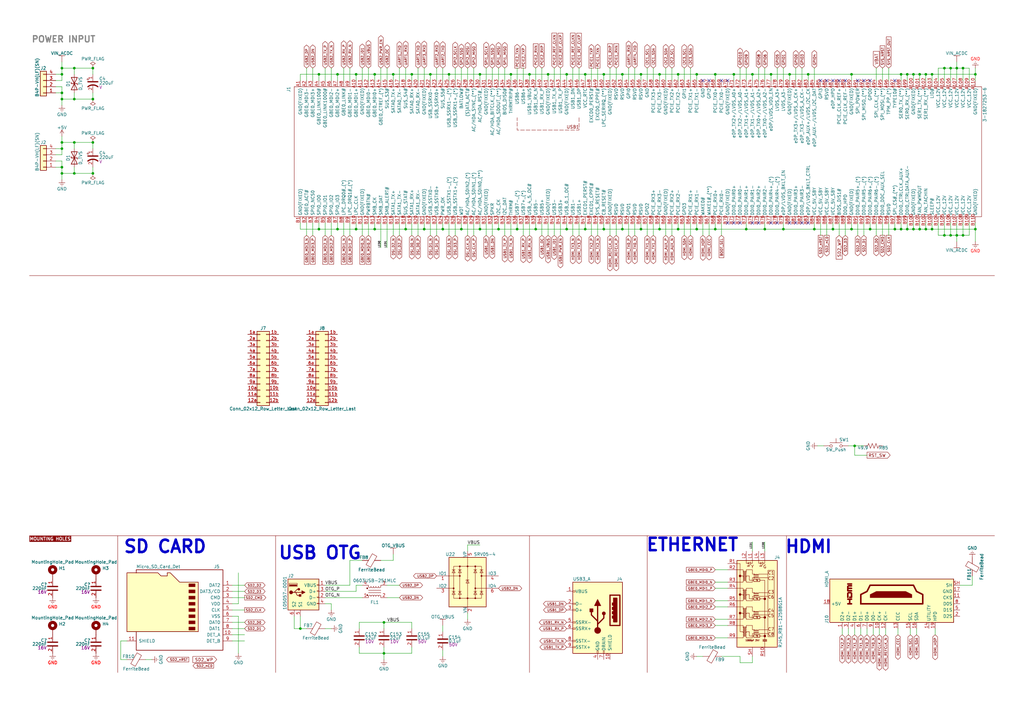
<source format=kicad_sch>
(kicad_sch (version 20230819) (generator eeschema)
  (paper "A3")
  (junction (at 232.41 30.48))
  (junction (at 389.89 27.94))
  (junction (at 146.05 30.48))
  (junction (at 372.11 30.48))
  (junction (at 392.43 96.52))
  (junction (at 356.87 93.98))
  (junction (at 379.73 93.98))
  (junction (at 153.67 30.48))
  (junction (at 247.65 30.48))
  (junction (at 25.4 30.48))
  (junction (at 372.11 93.98))
  (junction (at 293.37 93.98))
  (junction (at 240.03 93.98))
  (junction (at 367.03 93.98))
  (junction (at 138.43 93.98))
  (junction (at 285.75 93.98))
  (junction (at 278.13 30.48))
  (junction (at 184.15 30.48))
  (junction (at 313.69 93.98))
  (junction (at 157.48 267.97) (diameter 0.9144))
  (junction (at 394.97 96.52))
  (junction (at 176.53 30.48))
  (junction (at 349.25 93.98))
  (junction (at 157.48 255.27) (diameter 0.9144))
  (junction (at 232.41 93.98))
  (junction (at 387.35 27.94))
  (junction (at 196.85 30.48))
  (junction (at 138.43 30.48))
  (junction (at 181.61 93.98))
  (junction (at 25.4 58.42) (diameter 0.9144))
  (junction (at 123.19 257.81) (diameter 0.9144))
  (junction (at 306.07 93.98))
  (junction (at 382.27 30.48))
  (junction (at 255.27 93.98))
  (junction (at 161.29 30.48))
  (junction (at 25.4 38.1))
  (junction (at 38.1 58.42) (diameter 0.9144))
  (junction (at 382.27 93.98))
  (junction (at 30.48 40.64) (diameter 0.9144))
  (junction (at 38.1 40.64) (diameter 0.9144))
  (junction (at 374.65 93.98))
  (junction (at 189.23 93.98))
  (junction (at 341.63 93.98))
  (junction (at 224.79 30.48))
  (junction (at 400.05 93.98))
  (junction (at 219.71 93.98))
  (junction (at 369.57 93.98))
  (junction (at 377.19 30.48))
  (junction (at 270.51 30.48))
  (junction (at 293.37 30.48))
  (junction (at 334.01 93.98))
  (junction (at 240.03 30.48))
  (junction (at 25.4 68.58))
  (junction (at 379.73 30.48))
  (junction (at 300.99 30.48))
  (junction (at 30.48 58.42) (diameter 0.9144))
  (junction (at 369.57 30.48))
  (junction (at 153.67 93.98))
  (junction (at 350.52 182.88) (diameter 0.9144))
  (junction (at 196.85 93.98))
  (junction (at 38.1 27.94) (diameter 0.9144))
  (junction (at 25.4 27.94) (diameter 0.9144))
  (junction (at 374.65 30.48))
  (junction (at 30.48 71.12) (diameter 0.9144))
  (junction (at 30.48 27.94) (diameter 0.9144))
  (junction (at 25.4 40.64) (diameter 0.9144))
  (junction (at 212.09 93.98))
  (junction (at 392.43 27.94))
  (junction (at 146.05 93.98))
  (junction (at 316.23 30.48))
  (junction (at 168.91 30.48))
  (junction (at 387.35 96.52))
  (junction (at 166.37 93.98))
  (junction (at 394.97 27.94))
  (junction (at 247.65 93.98))
  (junction (at 262.89 30.48))
  (junction (at 262.89 93.98))
  (junction (at 278.13 93.98))
  (junction (at 308.61 30.48))
  (junction (at 323.85 30.48))
  (junction (at 377.19 93.98))
  (junction (at 285.75 30.48))
  (junction (at 389.89 96.52))
  (junction (at 38.1 71.12) (diameter 0.9144))
  (junction (at 209.55 30.48))
  (junction (at 130.81 30.48))
  (junction (at 25.4 71.12) (diameter 0.9144))
  (junction (at 173.99 93.98))
  (junction (at 349.25 30.48))
  (junction (at 255.27 30.48))
  (junction (at 321.31 93.98))
  (junction (at 204.47 93.98))
  (junction (at 400.05 30.48))
  (junction (at 331.47 30.48))
  (junction (at 270.51 93.98))
  (junction (at 130.81 93.98))
  (junction (at 25.4 60.96))
  (junction (at 217.17 30.48))
  (no_connect (at 326.39 91.44))
  (no_connect (at 336.55 33.02))
  (no_connect (at 311.15 91.44))
  (no_connect (at 351.79 33.02))
  (no_connect (at 346.71 33.02))
  (no_connect (at 318.77 91.44))
  (no_connect (at 316.23 91.44))
  (no_connect (at 354.33 33.02))
  (no_connect (at 303.53 91.44))
  (no_connect (at 344.17 33.02))
  (no_connect (at 339.09 33.02))
  (no_connect (at 295.91 33.02))
  (no_connect (at 331.47 91.44))
  (no_connect (at 300.99 91.44))
  (no_connect (at 298.45 33.02))
  (no_connect (at 356.87 33.02))
  (no_connect (at 288.29 33.02))
  (no_connect (at 367.03 33.02))
  (no_connect (at 323.85 91.44))
  (no_connect (at 308.61 91.44))
  (no_connect (at 341.63 33.02))
  (no_connect (at 290.83 33.02))
  (no_connect (at 328.93 91.44))
  (no_connect (at 298.45 91.44))
  (wire (pts (xy 219.71 27.94) (xy 219.71 33.02)))
  (wire (pts (xy 156.21 229.87) (xy 161.29 229.87)))
  (wire (pts (xy 245.11 27.94) (xy 245.11 33.02)))
  (wire (pts (xy 389.89 27.94) (xy 389.89 33.02)))
  (wire (pts (xy 306.07 93.98) (xy 313.69 93.98)))
  (wire (pts (xy 392.43 27.94) (xy 392.43 33.02)))
  (wire (pts (xy 273.05 27.94) (xy 273.05 33.02)))
  (wire (pts (xy 313.69 91.44) (xy 313.69 93.98)))
  (wire (pts (xy 397.51 27.94) (xy 394.97 27.94)))
  (wire (pts (xy 326.39 27.94) (xy 326.39 33.02)))
  (wire (pts (xy 285.75 91.44) (xy 285.75 93.98)))
  (wire (pts (xy 240.03 91.44) (xy 240.03 93.98)))
  (wire (pts (xy 138.43 30.48) (xy 138.43 33.02)))
  (wire (pts (xy 133.35 242.57) (xy 146.05 242.57)))
  (wire (pts (xy 186.69 27.94) (xy 186.69 33.02)))
  (wire (pts (xy 176.53 30.48) (xy 184.15 30.48)))
  (wire (pts (xy 227.33 27.94) (xy 227.33 33.02)))
  (wire (pts (xy 157.48 255.27) (xy 157.48 257.81)))
  (wire (pts (xy 196.85 30.48) (xy 196.85 33.02)))
  (wire (pts (xy 25.4 58.42) (xy 25.4 60.96)))
  (wire (pts (xy 222.25 91.44) (xy 222.25 96.52)))
  (wire (pts (xy 194.31 27.94) (xy 194.31 33.02)))
  (wire (pts (xy 158.75 245.11) (xy 163.83 245.11)))
  (wire (pts (xy 293.37 248.92) (xy 298.45 248.92)))
  (wire (pts (xy 321.31 93.98) (xy 334.01 93.98)))
  (wire (pts (xy 25.4 33.02) (xy 22.86 33.02)))
  (wire (pts (xy 293.37 233.68) (xy 298.45 233.68)))
  (wire (pts (xy 158.75 27.94) (xy 158.75 33.02)))
  (wire (pts (xy 389.89 96.52) (xy 392.43 96.52)))
  (wire (pts (xy 308.61 30.48) (xy 316.23 30.48)))
  (wire (pts (xy 382.27 93.98) (xy 382.27 91.44)))
  (wire (pts (xy 293.37 241.3) (xy 298.45 241.3)))
  (wire (pts (xy 123.19 93.98) (xy 130.81 93.98)))
  (wire (pts (xy 394.97 96.52) (xy 397.51 96.52)))
  (wire (pts (xy 25.4 25.4) (xy 25.4 27.94)))
  (wire (pts (xy 247.65 91.44) (xy 247.65 93.98)))
  (wire (pts (xy 138.43 91.44) (xy 138.43 93.98)))
  (wire (pts (xy 379.73 93.98) (xy 379.73 91.44)))
  (wire (pts (xy 38.1 60.96) (xy 38.1 58.42)))
  (wire (pts (xy 217.17 30.48) (xy 217.17 33.02)))
  (wire (pts (xy 189.23 93.98) (xy 196.85 93.98)))
  (wire (pts (xy 95.25 250.19) (xy 100.33 250.19)))
  (wire (pts (xy 285.75 30.48) (xy 285.75 33.02)))
  (wire (pts (xy 125.73 257.81) (xy 123.19 257.81)))
  (wire (pts (xy 146.05 30.48) (xy 153.67 30.48)))
  (wire (pts (xy 146.05 240.03) (xy 148.59 240.03)))
  (wire (pts (xy 229.87 91.44) (xy 229.87 96.52)))
  (wire (pts (xy 374.65 93.98) (xy 377.19 93.98)))
  (wire (pts (xy 350.52 260.35) (xy 350.52 257.81)))
  (wire (pts (xy 288.29 269.24) (xy 285.75 269.24)))
  (wire (pts (xy 237.49 27.94) (xy 237.49 33.02)))
  (wire (pts (xy 130.81 91.44) (xy 130.81 93.98)))
  (wire (pts (xy 179.07 27.94) (xy 179.07 33.02)))
  (wire (pts (xy 347.98 260.35) (xy 347.98 257.81)))
  (wire (pts (xy 394.97 27.94) (xy 394.97 33.02)))
  (wire (pts (xy 30.48 71.12) (xy 38.1 71.12)))
  (wire (pts (xy 237.49 91.44) (xy 237.49 96.52)))
  (wire (pts (xy 156.21 27.94) (xy 156.21 33.02)))
  (wire (pts (xy 392.43 27.94) (xy 389.89 27.94)))
  (wire (pts (xy 148.59 27.94) (xy 148.59 33.02)))
  (wire (pts (xy 25.4 71.12) (xy 30.48 71.12)))
  (wire (pts (xy 394.97 96.52) (xy 394.97 91.44)))
  (wire (pts (xy 255.27 93.98) (xy 262.89 93.98)))
  (wire (pts (xy 377.19 93.98) (xy 377.19 91.44)))
  (wire (pts (xy 372.11 33.02) (xy 372.11 30.48)))
  (wire (pts (xy 25.4 63.5) (xy 22.86 63.5)))
  (wire (pts (xy 97.79 234.95) (xy 97.79 247.65)))
  (wire (pts (xy 22.86 30.48) (xy 25.4 30.48)))
  (wire (pts (xy 158.75 91.44) (xy 158.75 101.6)))
  (wire (pts (xy 22.86 66.04) (xy 25.4 66.04)))
  (wire (pts (xy 369.57 33.02) (xy 369.57 30.48)))
  (wire (pts (xy 184.15 30.48) (xy 196.85 30.48)))
  (wire (pts (xy 133.35 240.03) (xy 143.51 240.03)))
  (wire (pts (xy 133.35 245.11) (xy 148.59 245.11)))
  (wire (pts (xy 25.4 60.96) (xy 25.4 63.5)))
  (wire (pts (xy 181.61 93.98) (xy 173.99 93.98)))
  (wire (pts (xy 204.47 91.44) (xy 204.47 93.98)))
  (wire (pts (xy 179.07 91.44) (xy 179.07 96.52)))
  (wire (pts (xy 303.53 271.78) (xy 308.61 271.78)))
  (wire (pts (xy 364.49 91.44) (xy 364.49 96.52)))
  (wire (pts (xy 303.53 269.24) (xy 303.53 271.78)))
  (wire (pts (xy 158.75 240.03) (xy 163.83 240.03)))
  (wire (pts (xy 374.65 33.02) (xy 374.65 30.48)))
  (wire (pts (xy 293.37 238.76) (xy 298.45 238.76)))
  (wire (pts (xy 306.07 91.44) (xy 306.07 93.98)))
  (wire (pts (xy 30.48 38.1) (xy 30.48 40.64)))
  (wire (pts (xy 369.57 30.48) (xy 372.11 30.48)))
  (wire (pts (xy 189.23 91.44) (xy 189.23 93.98)))
  (wire (pts (xy 293.37 93.98) (xy 306.07 93.98)))
  (wire (pts (xy 30.48 40.64) (xy 38.1 40.64)))
  (wire (pts (xy 123.19 257.81) (xy 120.65 257.81)))
  (wire (pts (xy 147.32 255.27) (xy 147.32 257.81)))
  (wire (pts (xy 392.43 96.52) (xy 394.97 96.52)))
  (wire (pts (xy 157.48 267.97) (xy 168.91 267.97)))
  (wire (pts (xy 128.27 91.44) (xy 128.27 96.52)))
  (wire (pts (xy 232.41 93.98) (xy 240.03 93.98)))
  (wire (pts (xy 392.43 25.4) (xy 392.43 27.94)))
  (wire (pts (xy 331.47 30.48) (xy 331.47 33.02)))
  (wire (pts (xy 224.79 30.48) (xy 232.41 30.48)))
  (wire (pts (xy 285.75 30.48) (xy 293.37 30.48)))
  (wire (pts (xy 30.48 27.94) (xy 30.48 30.48)))
  (wire (pts (xy 377.19 33.02) (xy 377.19 30.48)))
  (wire (pts (xy 260.35 27.94) (xy 260.35 33.02)))
  (wire (pts (xy 313.69 226.06) (xy 313.69 222.25)))
  (wire (pts (xy 217.17 30.48) (xy 224.79 30.48)))
  (wire (pts (xy 379.73 30.48) (xy 382.27 30.48)))
  (wire (pts (xy 207.01 27.94) (xy 207.01 33.02)))
  (wire (pts (xy 350.52 186.69) (xy 355.6 186.69)))
  (wire (pts (xy 151.13 27.94) (xy 151.13 33.02)))
  (wire (pts (xy 397.51 96.52) (xy 397.51 91.44)))
  (wire (pts (xy 123.19 30.48) (xy 130.81 30.48)))
  (wire (pts (xy 293.37 261.62) (xy 298.45 261.62)))
  (wire (pts (xy 293.37 246.38) (xy 298.45 246.38)))
  (wire (pts (xy 25.4 40.64) (xy 25.4 43.18)))
  (wire (pts (xy 166.37 27.94) (xy 166.37 33.02)))
  (wire (pts (xy 384.81 96.52) (xy 387.35 96.52)))
  (wire (pts (xy 382.27 30.48) (xy 400.05 30.48)))
  (wire (pts (xy 22.86 38.1) (xy 25.4 38.1)))
  (wire (pts (xy 196.85 93.98) (xy 204.47 93.98)))
  (polyline (pts (xy 113.03 219.71) (xy 113.03 275.844)) (stroke (width 0) (color 132 0 0 1)))
  (wire (pts (xy 146.05 93.98) (xy 153.67 93.98)))
  (wire (pts (xy 130.81 30.48) (xy 138.43 30.48)))
  (wire (pts (xy 387.35 27.94) (xy 387.35 33.02)))
  (wire (pts (xy 328.93 27.94) (xy 328.93 33.02)))
  (wire (pts (xy 275.59 27.94) (xy 275.59 33.02)))
  (wire (pts (xy 143.51 229.87) (xy 143.51 240.03)))
  (wire (pts (xy 148.59 229.87) (xy 143.51 229.87)))
  (wire (pts (xy 22.86 35.56) (xy 25.4 35.56)))
  (wire (pts (xy 350.52 182.88) (xy 354.33 182.88)))
  (wire (pts (xy 278.13 30.48) (xy 285.75 30.48)))
  (wire (pts (xy 22.86 60.96) (xy 25.4 60.96)))
  (wire (pts (xy 316.23 30.48) (xy 316.23 33.02)))
  (wire (pts (xy 25.4 27.94) (xy 30.48 27.94)))
  (wire (pts (xy 191.77 91.44) (xy 191.77 96.52)))
  (wire (pts (xy 38.1 38.1) (xy 38.1 40.64)))
  (wire (pts (xy 128.27 27.94) (xy 128.27 33.02)))
  (polyline (pts (xy 265.43 219.71) (xy 265.43 275.844)) (stroke (width 0) (color 132 0 0 1)))
  (wire (pts (xy 293.37 30.48) (xy 293.37 33.02)))
  (wire (pts (xy 383.54 260.35) (xy 383.54 257.81)))
  (wire (pts (xy 354.33 91.44) (xy 354.33 96.52)))
  (polyline (pts (xy 48.26 219.71) (xy 48.26 275.844)) (stroke (width 0) (color 132 0 0 1)))
  (wire (pts (xy 262.89 91.44) (xy 262.89 93.98)))
  (wire (pts (xy 181.61 266.7) (xy 181.61 269.24)))
  (wire (pts (xy 157.48 255.27) (xy 147.32 255.27)))
  (wire (pts (xy 356.87 91.44) (xy 356.87 93.98)))
  (wire (pts (xy 157.48 267.97) (xy 157.48 270.51)))
  (wire (pts (xy 123.19 33.02) (xy 123.19 30.48)))
  (wire (pts (xy 229.87 27.94) (xy 229.87 33.02)))
  (wire (pts (xy 393.7 240.03) (xy 398.78 240.03)))
  (wire (pts (xy 247.65 30.48) (xy 255.27 30.48)))
  (wire (pts (xy 323.85 30.48) (xy 331.47 30.48)))
  (wire (pts (xy 247.65 30.48) (xy 247.65 33.02)))
  (wire (pts (xy 260.35 91.44) (xy 260.35 96.52)))
  (wire (pts (xy 181.61 27.94) (xy 181.61 33.02)))
  (wire (pts (xy 349.25 93.98) (xy 356.87 93.98)))
  (wire (pts (xy 173.99 27.94) (xy 173.99 33.02)))
  (wire (pts (xy 350.52 182.88) (xy 350.52 186.69)))
  (wire (pts (xy 196.85 30.48) (xy 209.55 30.48)))
  (wire (pts (xy 400.05 99.06) (xy 400.05 93.98)))
  (wire (pts (xy 173.99 93.98) (xy 173.99 91.44)))
  (wire (pts (xy 133.35 91.44) (xy 133.35 96.52)))
  (wire (pts (xy 300.99 30.48) (xy 308.61 30.48)))
  (wire (pts (xy 25.4 30.48) (xy 25.4 33.02)))
  (wire (pts (xy 308.61 30.48) (xy 308.61 33.02)))
  (wire (pts (xy 232.41 91.44) (xy 232.41 93.98)))
  (wire (pts (xy 384.81 91.44) (xy 384.81 96.52)))
  (wire (pts (xy 379.73 33.02) (xy 379.73 30.48)))
  (wire (pts (xy 224.79 30.48) (xy 224.79 33.02)))
  (wire (pts (xy 25.4 38.1) (xy 25.4 40.64)))
  (wire (pts (xy 288.29 91.44) (xy 288.29 96.52)))
  (wire (pts (xy 25.4 71.12) (xy 25.4 73.66)))
  (wire (pts (xy 356.87 93.98) (xy 367.03 93.98)))
  (wire (pts (xy 283.21 91.44) (xy 283.21 96.52)))
  (wire (pts (xy 308.61 269.24) (xy 308.61 271.78)))
  (wire (pts (xy 161.29 91.44) (xy 161.29 96.52)))
  (wire (pts (xy 49.53 262.89) (xy 52.07 262.89)))
  (wire (pts (xy 313.69 93.98) (xy 321.31 93.98)))
  (wire (pts (xy 267.97 91.44) (xy 267.97 96.52)))
  (wire (pts (xy 355.6 260.35) (xy 355.6 257.81)))
  (wire (pts (xy 373.38 260.35) (xy 373.38 257.81)))
  (wire (pts (xy 199.39 27.94) (xy 199.39 33.02)))
  (wire (pts (xy 153.67 91.44) (xy 153.67 93.98)))
  (wire (pts (xy 389.89 27.94) (xy 387.35 27.94)))
  (wire (pts (xy 204.47 93.98) (xy 212.09 93.98)))
  (wire (pts (xy 153.67 30.48) (xy 161.29 30.48)))
  (polyline (pts (xy 322.58 219.71) (xy 322.58 275.844)) (stroke (width 0) (color 132 0 0 1)))
  (wire (pts (xy 359.41 91.44) (xy 359.41 96.52)))
  (wire (pts (xy 361.95 91.44) (xy 361.95 96.52)))
  (wire (pts (xy 168.91 255.27) (xy 168.91 257.81)))
  (wire (pts (xy 30.48 58.42) (xy 30.48 60.96)))
  (wire (pts (xy 293.37 256.54) (xy 298.45 256.54)))
  (wire (pts (xy 331.47 30.48) (xy 349.25 30.48)))
  (wire (pts (xy 125.73 91.44) (xy 125.73 96.52)))
  (wire (pts (xy 157.48 265.43) (xy 157.48 267.97)))
  (wire (pts (xy 262.89 93.98) (xy 270.51 93.98)))
  (wire (pts (xy 176.53 91.44) (xy 176.53 96.52)))
  (wire (pts (xy 209.55 30.48) (xy 209.55 33.02)))
  (wire (pts (xy 30.48 68.58) (xy 30.48 71.12)))
  (wire (pts (xy 303.53 27.94) (xy 303.53 33.02)))
  (wire (pts (xy 151.13 91.44) (xy 151.13 96.52)))
  (wire (pts (xy 135.89 247.65) (xy 135.89 250.19)))
  (wire (pts (xy 252.73 91.44) (xy 252.73 96.52)))
  (wire (pts (xy 368.3 260.35) (xy 368.3 257.81)))
  (wire (pts (xy 374.65 30.48) (xy 377.19 30.48)))
  (wire (pts (xy 219.71 91.44) (xy 219.71 93.98)))
  (wire (pts (xy 295.91 91.44) (xy 295.91 96.52)))
  (wire (pts (xy 375.92 260.35) (xy 375.92 257.81)))
  (wire (pts (xy 204.47 27.94) (xy 204.47 33.02)))
  (wire (pts (xy 250.19 91.44) (xy 250.19 96.52)))
  (wire (pts (xy 25.4 58.42) (xy 30.48 58.42)))
  (wire (pts (xy 95.25 260.35) (xy 100.33 260.35)))
  (wire (pts (xy 25.4 35.56) (xy 25.4 38.1)))
  (wire (pts (xy 166.37 91.44) (xy 166.37 93.98)))
  (wire (pts (xy 191.77 223.52) (xy 196.85 223.52)))
  (wire (pts (xy 166.37 93.98) (xy 173.99 93.98)))
  (wire (pts (xy 209.55 91.44) (xy 209.55 96.52)))
  (wire (pts (xy 240.03 30.48) (xy 240.03 33.02)))
  (wire (pts (xy 262.89 30.48) (xy 270.51 30.48)))
  (wire (pts (xy 186.69 91.44) (xy 186.69 96.52)))
  (wire (pts (xy 339.09 91.44) (xy 339.09 96.52)))
  (wire (pts (xy 95.25 242.57) (xy 100.33 242.57)))
  (wire (pts (xy 290.83 91.44) (xy 290.83 96.52)))
  (wire (pts (xy 146.05 91.44) (xy 146.05 93.98)))
  (wire (pts (xy 95.25 262.89) (xy 100.33 262.89)))
  (wire (pts (xy 267.97 27.94) (xy 267.97 33.02)))
  (wire (pts (xy 148.59 91.44) (xy 148.59 96.52)))
  (wire (pts (xy 242.57 27.94) (xy 242.57 33.02)))
  (wire (pts (xy 334.01 27.94) (xy 334.01 33.02)))
  (wire (pts (xy 334.01 93.98) (xy 341.63 93.98)))
  (wire (pts (xy 95.25 252.73) (xy 97.79 252.73)))
  (wire (pts (xy 25.4 27.94) (xy 25.4 30.48)))
  (wire (pts (xy 336.55 91.44) (xy 336.55 96.52)))
  (wire (pts (xy 323.85 33.02) (xy 323.85 30.48)))
  (wire (pts (xy 171.45 27.94) (xy 171.45 33.02)))
  (wire (pts (xy 270.51 93.98) (xy 278.13 93.98)))
  (wire (pts (xy 143.51 91.44) (xy 143.51 96.52)))
  (wire (pts (xy 255.27 30.48) (xy 255.27 33.02)))
  (wire (pts (xy 367.03 93.98) (xy 369.57 93.98)))
  (wire (pts (xy 349.25 91.44) (xy 349.25 93.98)))
  (polyline (pts (xy 12.065 219.71) (xy 407.924 219.71)) (stroke (width 0) (color 132 0 0 1)))
  (wire (pts (xy 25.4 68.58) (xy 25.4 71.12)))
  (wire (pts (xy 30.48 27.94) (xy 38.1 27.94)))
  (wire (pts (xy 163.83 91.44) (xy 163.83 96.52)))
  (wire (pts (xy 252.73 27.94) (xy 252.73 33.02)))
  (wire (pts (xy 95.25 245.11) (xy 100.33 245.11)))
  (wire (pts (xy 321.31 27.94) (xy 321.31 33.02)))
  (wire (pts (xy 133.35 247.65) (xy 135.89 247.65)))
  (wire (pts (xy 262.89 30.48) (xy 262.89 33.02)))
  (wire (pts (xy 234.95 96.52) (xy 234.95 91.44)))
  (wire (pts (xy 217.17 91.44) (xy 217.17 96.52)))
  (wire (pts (xy 123.19 91.44) (xy 123.19 93.98)))
  (wire (pts (xy 49.53 262.89) (xy 49.53 270.51)))
  (wire (pts (xy 280.67 91.44) (xy 280.67 96.52)))
  (wire (pts (xy 224.79 91.44) (xy 224.79 96.52)))
  (wire (pts (xy 181.61 93.98) (xy 189.23 93.98)))
  (wire (pts (xy 212.09 93.98) (xy 219.71 93.98)))
  (wire (pts (xy 207.01 91.44) (xy 207.01 96.52)))
  (wire (pts (xy 394.97 27.94) (xy 392.43 27.94)))
  (wire (pts (xy 38.1 30.48) (xy 38.1 27.94)))
  (wire (pts (xy 161.29 30.48) (xy 168.91 30.48)))
  (wire (pts (xy 374.65 91.44) (xy 374.65 93.98)))
  (wire (pts (xy 214.63 91.44) (xy 214.63 96.52)))
  (wire (pts (xy 285.75 93.98) (xy 293.37 93.98)))
  (wire (pts (xy 387.35 96.52) (xy 387.35 91.44)))
  (wire (pts (xy 278.13 93.98) (xy 285.75 93.98)))
  (wire (pts (xy 300.99 30.48) (xy 300.99 33.02)))
  (wire (pts (xy 358.14 260.35) (xy 358.14 257.81)))
  (wire (pts (xy 349.25 30.48) (xy 349.25 33.02)))
  (wire (pts (xy 255.27 30.48) (xy 262.89 30.48)))
  (wire (pts (xy 95.25 240.03) (xy 100.33 240.03)))
  (wire (pts (xy 278.13 91.44) (xy 278.13 93.98)))
  (wire (pts (xy 245.11 91.44) (xy 245.11 96.52)))
  (wire (pts (xy 273.05 91.44) (xy 273.05 96.52)))
  (wire (pts (xy 270.51 91.44) (xy 270.51 93.98)))
  (wire (pts (xy 191.77 226.06) (xy 191.77 223.52)))
  (wire (pts (xy 135.89 91.44) (xy 135.89 96.52)))
  (wire (pts (xy 196.85 91.44) (xy 196.85 93.98)))
  (wire (pts (xy 341.63 93.98) (xy 349.25 93.98)))
  (wire (pts (xy 392.43 99.06) (xy 392.43 96.52)))
  (wire (pts (xy 347.98 182.88) (xy 350.52 182.88)))
  (wire (pts (xy 363.22 260.35) (xy 363.22 257.81)))
  (wire (pts (xy 163.83 27.94) (xy 163.83 33.02)))
  (wire (pts (xy 389.89 96.52) (xy 389.89 91.44)))
  (wire (pts (xy 397.51 33.02) (xy 397.51 27.94)))
  (wire (pts (xy 171.45 91.44) (xy 171.45 96.52)))
  (wire (pts (xy 168.91 91.44) (xy 168.91 96.52)))
  (wire (pts (xy 308.61 226.06) (xy 308.61 222.25)))
  (wire (pts (xy 257.81 91.44) (xy 257.81 96.52)))
  (wire (pts (xy 133.35 27.94) (xy 133.35 33.02)))
  (wire (pts (xy 341.63 91.44) (xy 341.63 93.98)))
  (wire (pts (xy 364.49 27.94) (xy 364.49 33.02)))
  (wire (pts (xy 351.79 91.44) (xy 351.79 96.52)))
  (wire (pts (xy 240.03 93.98) (xy 247.65 93.98)))
  (wire (pts (xy 316.23 30.48) (xy 323.85 30.48)))
  (polyline (pts (xy 12.065 113.03) (xy 407.924 113.03)) (stroke (width 0) (color 132 0 0 1)))
  (wire (pts (xy 161.29 229.87) (xy 161.29 227.33)))
  (wire (pts (xy 157.48 255.27) (xy 168.91 255.27)))
  (wire (pts (xy 293.37 254) (xy 298.45 254)))
  (wire (pts (xy 311.15 27.94) (xy 311.15 33.02)))
  (wire (pts (xy 344.17 91.44) (xy 344.17 96.52)))
  (wire (pts (xy 392.43 96.52) (xy 392.43 91.44)))
  (wire (pts (xy 135.89 27.94) (xy 135.89 33.02)))
  (wire (pts (xy 265.43 27.94) (xy 265.43 33.02)))
  (wire (pts (xy 138.43 30.48) (xy 146.05 30.48)))
  (wire (pts (xy 95.25 257.81) (xy 100.33 257.81)))
  (wire (pts (xy 360.68 260.35) (xy 360.68 257.81)))
  (wire (pts (xy 130.81 30.48) (xy 130.81 33.02)))
  (wire (pts (xy 232.41 30.48) (xy 240.03 30.48)))
  (polyline (pts (xy 217.17 219.71) (xy 217.17 275.844)) (stroke (width 0) (color 132 0 0 1)))
  (wire (pts (xy 181.61 91.44) (xy 181.61 93.98)))
  (wire (pts (xy 232.41 30.48) (xy 232.41 33.02)))
  (wire (pts (xy 334.01 91.44) (xy 334.01 93.98)))
  (wire (pts (xy 372.11 93.98) (xy 372.11 91.44)))
  (wire (pts (xy 382.27 93.98) (xy 400.05 93.98)))
  (wire (pts (xy 184.15 30.48) (xy 184.15 33.02)))
  (wire (pts (xy 168.91 30.48) (xy 176.53 30.48)))
  (wire (pts (xy 353.06 260.35) (xy 353.06 257.81)))
  (wire (pts (xy 147.32 267.97) (xy 157.48 267.97)))
  (wire (pts (xy 400.05 30.48) (xy 400.05 27.94)))
  (wire (pts (xy 242.57 91.44) (xy 242.57 96.52)))
  (wire (pts (xy 265.43 91.44) (xy 265.43 96.52)))
  (wire (pts (xy 161.29 30.48) (xy 161.29 33.02)))
  (wire (pts (xy 293.37 91.44) (xy 293.37 93.98)))
  (wire (pts (xy 257.81 27.94) (xy 257.81 33.02)))
  (wire (pts (xy 372.11 30.48) (xy 374.65 30.48)))
  (wire (pts (xy 147.32 265.43) (xy 147.32 267.97)))
  (wire (pts (xy 306.07 27.94) (xy 306.07 33.02)))
  (wire (pts (xy 369.57 93.98) (xy 372.11 93.98)))
  (wire (pts (xy 337.82 182.88) (xy 335.28 182.88)))
  (wire (pts (xy 194.31 91.44) (xy 194.31 96.52)))
  (wire (pts (xy 123.19 257.81) (xy 123.19 252.73)))
  (wire (pts (xy 25.4 55.88) (xy 25.4 58.42)))
  (wire (pts (xy 140.97 91.44) (xy 140.97 96.52)))
  (wire (pts (xy 97.79 252.73) (xy 97.79 267.97)))
  (wire (pts (xy 25.4 40.64) (xy 30.48 40.64)))
  (wire (pts (xy 372.11 93.98) (xy 374.65 93.98)))
  (wire (pts (xy 313.69 27.94) (xy 313.69 33.02)))
  (wire (pts (xy 293.37 30.48) (xy 300.99 30.48)))
  (wire (pts (xy 22.86 68.58) (xy 25.4 68.58)))
  (wire (pts (xy 377.19 93.98) (xy 379.73 93.98)))
  (wire (pts (xy 184.15 91.44) (xy 184.15 96.52)))
  (wire (pts (xy 146.05 242.57) (xy 146.05 240.03)))
  (wire (pts (xy 321.31 91.44) (xy 321.31 93.98)))
  (wire (pts (xy 367.03 91.44) (xy 367.03 93.98)))
  (wire (pts (xy 201.93 27.94) (xy 201.93 33.02)))
  (wire (pts (xy 140.97 27.94) (xy 140.97 33.02)))
  (wire (pts (xy 189.23 27.94) (xy 189.23 33.02)))
  (wire (pts (xy 318.77 27.94) (xy 318.77 33.02)))
  (wire (pts (xy 346.71 91.44) (xy 346.71 96.52)))
  (wire (pts (xy 38.1 68.58) (xy 38.1 71.12)))
  (wire (pts (xy 153.67 30.48) (xy 153.67 33.02)))
  (wire (pts (xy 387.35 96.52) (xy 389.89 96.52)))
  (wire (pts (xy 255.27 91.44) (xy 255.27 93.98)))
  (wire (pts (xy 384.81 27.94) (xy 384.81 33.02)))
  (wire (pts (xy 270.51 30.48) (xy 270.51 33.02)))
  (wire (pts (xy 130.81 93.98) (xy 138.43 93.98)))
  (wire (pts (xy 168.91 267.97) (xy 168.91 265.43)))
  (wire (pts (xy 25.4 66.04) (xy 25.4 68.58)))
  (wire (pts (xy 168.91 30.48) (xy 168.91 33.02)))
  (wire (pts (xy 191.77 251.46) (xy 191.77 254)))
  (wire (pts (xy 359.41 27.94) (xy 359.41 33.02)))
  (wire (pts (xy 222.25 27.94) (xy 222.25 33.02)))
  (wire (pts (xy 247.65 93.98) (xy 255.27 93.98)))
  (wire (pts (xy 379.73 93.98) (xy 382.27 93.98)))
  (wire (pts (xy 240.03 30.48) (xy 247.65 30.48)))
  (wire (pts (xy 345.44 260.35) (xy 345.44 257.81)))
  (wire (pts (xy 295.91 269.24) (xy 303.53 269.24)))
  (wire (pts (xy 138.43 93.98) (xy 146.05 93.98)))
  (wire (pts (xy 398.78 236.22) (xy 398.78 240.03)))
  (wire (pts (xy 133.35 257.81) (xy 135.89 257.81)))
  (wire (pts (xy 120.65 257.81) (xy 120.65 252.73)))
  (wire (pts (xy 95.25 255.27) (xy 100.33 255.27)))
  (wire (pts (xy 209.55 30.48) (xy 217.17 30.48)))
  (wire (pts (xy 234.95 27.94) (xy 234.95 33.02)))
  (wire (pts (xy 382.27 33.02) (xy 382.27 30.48)))
  (wire (pts (xy 270.51 30.48) (xy 278.13 30.48)))
  (wire (pts (xy 280.67 27.94) (xy 280.67 33.02)))
  (wire (pts (xy 227.33 91.44) (xy 227.33 96.52)))
  (wire (pts (xy 214.63 27.94) (xy 214.63 33.02)))
  (wire (pts (xy 349.25 30.48) (xy 369.57 30.48)))
  (wire (pts (xy 369.57 93.98) (xy 369.57 91.44)))
  (wire (pts (xy 361.95 27.94) (xy 361.95 33.02)))
  (wire (pts (xy 125.73 27.94) (xy 125.73 33.02)))
  (wire (pts (xy 278.13 30.48) (xy 278.13 33.02)))
  (wire (pts (xy 201.93 91.44) (xy 201.93 96.52)))
  (wire (pts (xy 30.48 58.42) (xy 38.1 58.42)))
  (wire (pts (xy 219.71 93.98) (xy 232.41 93.98)))
  (wire (pts (xy 377.19 30.48) (xy 379.73 30.48)))
  (wire (pts (xy 387.35 27.94) (xy 384.81 27.94)))
  (wire (pts (xy 156.21 91.44) (xy 156.21 101.6)))
  (wire (pts (xy 212.09 91.44) (xy 212.09 93.98)))
  (wire (pts (xy 52.07 270.51) (xy 49.53 270.51)))
  (wire (pts (xy 275.59 91.44) (xy 275.59 96.52)))
  (wire (pts (xy 59.69 270.51) (xy 62.23 270.51)))
  (wire (pts (xy 250.19 27.94) (xy 250.19 33.02)))
  (wire (pts (xy 283.21 27.94) (xy 283.21 33.02)))
  (wire (pts (xy 143.51 27.94) (xy 143.51 33.02)))
  (wire (pts (xy 181.61 256.54) (xy 181.61 259.08)))
  (wire (pts (xy 199.39 91.44) (xy 199.39 96.52)))
  (wire (pts (xy 153.67 93.98) (xy 166.37 93.98)))
  (wire (pts (xy 212.09 27.94) (xy 212.09 33.02)))
  (wire (pts (xy 176.53 30.48) (xy 176.53 33.02)))
  (wire (pts (xy 146.05 30.48) (xy 146.05 33.02)))
  (wire (pts (xy 95.25 247.65) (xy 97.79 247.65)))
  (wire (pts (xy 400.05 91.44) (xy 400.05 93.98)))
  (wire (pts (xy 400.05 33.02) (xy 400.05 30.48)))
  (wire (pts (xy 191.77 27.94) (xy 191.77 33.02)))
  (rectangle (start 12.065 219.71) (end 29.21 222.25) (stroke (width -0.0001)) (fill (type color) (color 132 0 0 1)))
  (text "SD CARD" (at 85.09 227.33 0) (effects (font (size 5.08 5.08) (thickness 1.016) bold) (justify right bottom)))
  (text "HDMI" (at 341.63 227.33 0) (effects (font (size 5.08 5.08) (thickness 1.016) bold) (justify right bottom)))
  (text "MOUNTING HOLES" (at 29.083 221.996 0) (effects (font (size 1.27 1.27) (thickness 0.254) bold) (justify right bottom)))
  (text "ETHERNET" (at 303.276 226.568 0) (effects (font (size 5.08 5.08) (thickness 1.016) bold) (justify right bottom)))
  (text "POWER INPUT" (at 39.37 17.78 0) (effects (font (size 2.54 2.54) (thickness 0.508) bold) (justify right bottom)))
  (text "USB OTG" (at 148.59 229.87 0) (effects (font (size 5.08 5.08) (thickness 1.016) bold) (justify right bottom)))
  (label "VBUS" (at 158.75 255.27 0))
  (label "VBUS" (at 196.85 223.52 180))
  (label "LED0" (at 156.21 101.6 90) (effects (font (size 0.75 0.75))))
  (label "LED1" (at 308.61 222.25 270) (effects (font (size 0.75 0.75))))
  (label "OTG_P" (at 133.35 242.57 0))
  (label "OTG_N" (at 133.35 245.11 0))
  (label "VBUS" (at 133.35 240.03 0))
  (label "LED1" (at 158.75 101.6 90) (effects (font (size 0.75 0.75))))
  (label "LED0" (at 313.69 222.25 270) (effects (font (size 0.75 0.75))))
  (global_label "PCIE1_TXN" (shape output) (at 245.11 27.94 90) (effects (font (size 1 1))) (property "Intersheetrefs" "${INTERSHEET_REFS}" (effects hide)))
  (global_label "USB2_DP" (shape bidirectional) (at 125.73 27.94 90) (effects (font (size 1 1))) (property "Intersheetrefs" "${INTERSHEET_REFS}" (effects hide)))
  (global_label "HDMI_TX0_N" (shape bidirectional) (at 358.14 260.35 270) (effects (font (size 1 1))) (property "Intersheetrefs" "${INTERSHEET_REFS}" (effects hide)))
  (global_label "RST_SW" (shape output) (at 355.6 186.69 0) (property "Intersheetrefs" "${INTERSHEET_REFS}" (effects hide)))
  (global_label "DSI_D2_N" (shape bidirectional) (at 161.29 96.52 270) (effects (font (size 1 1))) (property "Intersheetrefs" "${INTERSHEET_REFS}" (effects hide)))
  (global_label "SD2_D2" (shape bidirectional) (at 351.79 96.52 270) (effects (font (size 1 1))) (property "Intersheetrefs" "${INTERSHEET_REFS}" (effects hide)))
  (global_label "UART3_RXD" (shape bidirectional) (at 173.99 27.94 90) (effects (font (size 1 1))) (property "Intersheetrefs" "${INTERSHEET_REFS}" (effects hide)))
  (global_label "GBE0_MDI1_P" (shape input) (at 143.51 96.52 270) (effects (font (size 1 1))) (property "Intersheetrefs" "${INTERSHEET_REFS}" (effects hide)))
  (global_label "USB1_DN" (shape bidirectional) (at 201.93 96.52 270) (effects (font (size 1 1))) (property "Intersheetrefs" "${INTERSHEET_REFS}" (effects hide)))
  (global_label "HDMI_REFCLK_P" (shape bidirectional) (at 360.68 260.35 270) (effects (font (size 1 1))) (property "Intersheetrefs" "${INTERSHEET_REFS}" (effects hide)))
  (global_label "SPI1_MOSI" (shape bidirectional) (at 204.47 27.94 90) (effects (font (size 1 1))) (property "Intersheetrefs" "${INTERSHEET_REFS}" (effects hide)))
  (global_label "I2C2_SDA" (shape bidirectional) (at 273.05 27.94 90) (effects (font (size 1 1))) (property "Intersheetrefs" "${INTERSHEET_REFS}" (effects hide)))
  (global_label "I2C3_SDA" (shape bidirectional) (at 283.21 27.94 90) (effects (font (size 1 1))) (property "Intersheetrefs" "${INTERSHEET_REFS}" (effects hide)))
  (global_label "SYS_NRST_OUT" (shape input) (at 364.49 27.94 90) (effects (font (size 1 1))) (property "Intersheetrefs" "${INTERSHEET_REFS}" (effects hide)))
  (global_label "SD2_nCD" (shape output) (at 339.09 96.52 270) (effects (font (size 1 1))) (property "Intersheetrefs" "${INTERSHEET_REFS}" (effects hide)))
  (global_label "DSI_D0_P" (shape bidirectional) (at 171.45 96.52 270) (effects (font (size 1 1))) (property "Intersheetrefs" "${INTERSHEET_REFS}" (effects hide)))
  (global_label "SPI2_SCLK" (shape bidirectional) (at 186.69 27.94 90) (effects (font (size 1 1))) (property "Intersheetrefs" "${INTERSHEET_REFS}" (effects hide)))
  (global_label "GPIO3" (shape bidirectional) (at 328.93 27.94 90) (effects (font (size 1 1))) (property "Intersheetrefs" "${INTERSHEET_REFS}" (effects hide)))
  (global_label "SPI1_SCLK" (shape bidirectional) (at 199.39 27.94 90) (effects (font (size 1 1))) (property "Intersheetrefs" "${INTERSHEET_REFS}" (effects hide)))
  (global_label "USB1_OC" (shape bidirectional) (at 222.25 96.52 270) (effects (font (size 1 1))) (property "Intersheetrefs" "${INTERSHEET_REFS}" (effects hide)))
  (global_label "USB2_OC" (shape bidirectional) (at 158.75 27.94 90) (effects (font (size 1 1))) (property "Intersheetrefs" "${INTERSHEET_REFS}" (effects hide)))
  (global_label "HDMI_REFCLK_P" (shape bidirectional) (at 252.73 96.52 270) (effects (font (size 1 1))) (property "Intersheetrefs" "${INTERSHEET_REFS}" (effects hide)))
  (global_label "SD2_nRST" (shape output) (at 336.55 96.52 270) (effects (font (size 1 1))) (property "Intersheetrefs" "${INTERSHEET_REFS}" (effects hide)))
  (global_label "SPI2_MISO" (shape bidirectional) (at 194.31 27.94 90) (effects (font (size 1 1))) (property "Intersheetrefs" "${INTERSHEET_REFS}" (effects hide)))
  (global_label "DSI_D2_P" (shape bidirectional) (at 163.83 96.52 270) (effects (font (size 1 1))) (property "Intersheetrefs" "${INTERSHEET_REFS}" (effects hide)))
  (global_label "GBE0_MDI0_P" (shape input) (at 151.13 96.52 270) (effects (font (size 1 1))) (property "Intersheetrefs" "${INTERSHEET_REFS}" (effects hide)))
  (global_label "HDMI_CEC" (shape bidirectional) (at 368.3 260.35 270) (effects (font (size 1 1))) (property "Intersheetrefs" "${INTERSHEET_REFS}" (effects hide)))
  (global_label "SD2_nCD" (shape output) (at 87.63 273.05 180) (effects (font (size 1 1))) (property "Intersheetrefs" "${INTERSHEET_REFS}" (effects hide)))
  (global_label "HDMI_TX0_P" (shape bidirectional) (at 355.6 260.35 270) (effects (font (size 1 1))) (property "Intersheetrefs" "${INTERSHEET_REFS}" (effects hide)))
  (global_label "SD2_D3" (shape bidirectional) (at 100.33 242.57 0) (effects (font (size 1 1))) (property "Intersheetrefs" "${INTERSHEET_REFS}" (effects hide)))
  (global_label "HDMI_AUX_P" (shape bidirectional) (at 273.05 96.52 270) (effects (font (size 1 1))) (property "Intersheetrefs" "${INTERSHEET_REFS}" (effects hide)))
  (global_label "GBE0_MDI0_P" (shape input) (at 293.37 233.68 180) (effects (font (size 1 1))) (property "Intersheetrefs" "${INTERSHEET_REFS}" (effects hide)))
  (global_label "DSI_D3_P" (shape bidirectional) (at 186.69 96.52 270) (effects (font (size 1 1))) (property "Intersheetrefs" "${INTERSHEET_REFS}" (effects hide)))
  (global_label "I2C1_SCL" (shape bidirectional) (at 265.43 27.94 90) (effects (font (size 1 1))) (property "Intersheetrefs" "${INTERSHEET_REFS}" (effects hide)))
  (global_label "PCIE1_RXN" (shape input) (at 252.73 27.94 90) (effects (font (size 1 1))) (property "Intersheetrefs" "${INTERSHEET_REFS}" (effects hide)))
  (global_label "GPIO0" (shape bidirectional) (at 326.39 27.94 90) (effects (font (size 1 1))) (property "Intersheetrefs" "${INTERSHEET_REFS}" (effects hide)))
  (global_label "DSI_CLK_P" (shape bidirectional) (at 194.31 96.52 270) (effects (font (size 1 1))) (property "Intersheetrefs" "${INTERSHEET_REFS}" (effects hide)))
  (global_label "UART2_RXD" (shape bidirectional) (at 179.07 27.94 90) (effects (font (size 1 1))) (property "Intersheetrefs" "${INTERSHEET_REFS}" (effects hide)))
  (global_label "SD2_WP" (shape input) (at 88.9 270.51 180) (property "Intersheetrefs" "${INTERSHEET_REFS}" (effects hide)))
  (global_label "UART4_RXD" (shape bidirectional) (at 257.81 27.94 90) (effects (font (size 1 1))) (property "Intersheetrefs" "${INTERSHEET_REFS}" (effects hide)))
  (global_label "PCIE2_RXN" (shape input) (at 219.71 27.94 90) (effects (font (size 1 1))) (property "Intersheetrefs" "${INTERSHEET_REFS}" (effects hide)))
  (global_label "UART4_TXD" (shape bidirectional) (at 260.35 27.94 90) (effects (font (size 1 1))) (property "Intersheetrefs" "${INTERSHEET_REFS}" (effects hide)))
  (global_label "DSI_D3_N" (shape bidirectional) (at 184.15 96.52 270) (effects (font (size 1 1))) (property "Intersheetrefs" "${INTERSHEET_REFS}" (effects hide)))
  (global_label "HDMI_SDA" (shape bidirectional) (at 280.67 96.52 270) (effects (font (size 1 1))) (property "Intersheetrefs" "${INTERSHEET_REFS}" (effects hide)))
  (global_label "HDMI_CEC" (shape bidirectional) (at 290.83 96.52 270) (effects (font (size 1 1))) (property "Intersheetrefs" "${INTERSHEET_REFS}" (effects hide)))
  (global_label "SPI2_SSO" (shape bidirectional) (at 189.23 27.94 90) (effects (font (size 1 1))) (property "Intersheetrefs" "${INTERSHEET_REFS}" (effects hide)))
  (global_label "SPI2_MOSI" (shape bidirectional) (at 191.77 27.94 90) (effects (font (size 1 1))) (property "Intersheetrefs" "${INTERSHEET_REFS}" (effects hide)))
  (global_label "PCIE1_REF_CLKP" (shape input) (at 237.49 27.94 90) (effects (font (size 1 1))) (property "Intersheetrefs" "${INTERSHEET_REFS}" (effects hide)))
  (global_label "SD2_D0" (shape bidirectional) (at 359.41 96.52 270) (effects (font (size 1 1))) (property "Intersheetrefs" "${INTERSHEET_REFS}" (effects hide)))
  (global_label "SD2_CLK" (shape output) (at 100.33 250.19 0) (effects (font (size 1 1))) (property "Intersheetrefs" "${INTERSHEET_REFS}" (effects hide)))
  (global_label "PCIE2_REF_CLKP" (shape input) (at 229.87 27.94 90) (effects (font (size 1 1))) (property "Intersheetrefs" "${INTERSHEET_REFS}" (effects hide)))
  (global_label "SYS_NRST" (shape input) (at 361.95 27.94 90) (effects (font (size 1 1))) (property "Intersheetrefs" "${INTERSHEET_REFS}" (effects hide)))
  (global_label "USB1_DN" (shape bidirectional) (at 232.41 247.65 180) (effects (font (size 1 1))) (property "Intersheetrefs" "${INTERSHEET_REFS}" (effects hide)))
  (global_label "UART1_TXD" (shape bidirectional) (at 163.83 27.94 90) (effects (font (size 1 1))) (property "Intersheetrefs" "${INTERSHEET_REFS}" (effects hide)))
  (global_label "HDMI_TX1_P" (shape bidirectional) (at 267.97 96.52 270) (effects (font (size 1 1))) (property "Intersheetrefs" "${INTERSHEET_REFS}" (effects hide)))
  (global_label "I2C2_SCL" (shape bidirectional) (at 275.59 27.94 90) (effects (font (size 1 1))) (property "Intersheetrefs" "${INTERSHEET_REFS}" (effects hide)))
  (global_label "PCIE1_TXP" (shape output) (at 242.57 27.94 90) (effects (font (size 1 1))) (property "Intersheetrefs" "${INTERSHEET_REFS}" (effects hide)))
  (global_label "SD2_D3" (shape bidirectional) (at 346.71 96.52 270) (effects (font (size 1 1))) (property "Intersheetrefs" "${INTERSHEET_REFS}" (effects hide)))
  (global_label "PCIE1_REF_CLKN" (shape input) (at 234.95 27.94 90) (effects (font (size 1 1))) (property "Intersheetrefs" "${INTERSHEET_REFS}" (effects hide)))
  (global_label "USB1_RX_N" (shape bidirectional) (at 217.17 96.52 270) (effects (font (size 1 1))) (property "Intersheetrefs" "${INTERSHEET_REFS}" (effects hide)))
  (global_label "GBE0_MDI1_N" (shape input) (at 293.37 246.38 180) (effects (font (size 1 1))) (property "Intersheetrefs" "${INTERSHEET_REFS}" (effects hide)))
  (global_label "HDMI_TX2_P" (shape bidirectional) (at 345.44 260.35 270) (effects (font (size 1 1))) (property "Intersheetrefs" "${INTERSHEET_REFS}" (effects hide)))
  (global_label "USB2_RX_N" (shape bidirectional) (at 143.51 27.94 90) (effects (font (size 1 1))) (property "Intersheetrefs" "${INTERSHEET_REFS}" (effects hide)))
  (global_label "USB1_TX_P" (shape bidirectional) (at 232.41 265.43 180) (effects (font (size 1 1))) (property "Intersheetrefs" "${INTERSHEET_REFS}" (effects hide)))
  (global_label "DSI_D1_P" (shape bidirectional) (at 179.07 96.52 270) (effects (font (size 1 1))) (property "Intersheetrefs" "${INTERSHEET_REFS}" (effects hide)))
  (global_label "USB1_RX_P" (shape bidirectional) (at 214.63 96.52 270) (effects (font (size 1 1))) (property "Intersheetrefs" "${INTERSHEET_REFS}" (effects hide)))
  (global_label "HDMI_HDP" (shape bidirectional) (at 383.54 260.35 270) (effects (font (size 1 1))) (property "Intersheetrefs" "${INTERSHEET_REFS}" (effects hide)))
  (global_label "HDMI_HDP" (shape bidirectional) (at 288.29 96.52 270) (effects (font (size 1 1))) (property "Intersheetrefs" "${INTERSHEET_REFS}" (effects hide)))
  (global_label "SD2_WP" (shape input) (at 344.17 96.52 270) (property "Intersheetrefs" "${INTERSHEET_REFS}" (effects hide)))
  (global_label "USB2_PWR_EN" (shape bidirectional) (at 156.21 27.94 90) (effects (font (size 1 1))) (property "Intersheetrefs" "${INTERSHEET_REFS}" (effects hide)))
  (global_label "I2C1_SDA" (shape bidirectional) (at 267.97 27.94 90) (effects (font (size 1 1))) (property "Intersheetrefs" "${INTERSHEET_REFS}" (effects hide)))
  (global_label "USB2_DN" (shape bidirectional) (at 163.83 245.11 0) (effects (font (size 1 1))) (property "Intersheetrefs" "${INTERSHEET_REFS}" (effects hide)))
  (global_label "GPIO9" (shape bidirectional) (at 306.07 27.94 90) (effects (font (size 1 1))) (property "Intersheetrefs" "${INTERSHEET_REFS}" (effects hide)))
  (global_label "GPIO10" (shape bidirectional) (at 303.53 27.94 90) (effects (font (size 1 1))) (property "Intersheetrefs" "${INTERSHEET_REFS}" (effects hide)))
  (global_label "GPIO8" (shape bidirectional) (at 311.15 27.94 90) (effects (font (size 1 1))) (property "Intersheetrefs" "${INTERSHEET_REFS}" (effects hide)))
  (global_label "SPI1_MISO" (shape bidirectional) (at 207.01 27.94 90) (effects (font (size 1 1))) (property "Intersheetrefs" "${INTERSHEET_REFS}" (effects hide)))
  (global_label "USB2_DP" (shape bidirectional) (at 179.07 236.22 180) (effects (font (size 1 1))) (property "Intersheetrefs" "${INTERSHEET_REFS}" (effects hide)))
  (global_label "SD2_D2" (shape bidirectional) (at 100.33 240.03 0) (effects (font (size 1 1))) (property "Intersheetrefs" "${INTERSHEET_REFS}" (effects hide)))
  (global_label "HDMI_SCL" (shape bidirectional) (at 373.38 260.35 270) (effects (font (size 1 1))) (property "Intersheetrefs" "${INTERSHEET_REFS}" (effects hide)))
  (global_label "DSI_CLK_N" (shape bidirectional) (at 191.77 96.52 270) (effects (font (size 1 1))) (property "Intersheetrefs" "${INTERSHEET_REFS}" (effects hide)))
  (global_label "HDMI_TX0_N" (shape bidirectional) (at 260.35 96.52 270) (effects (font (size 1 1))) (property "Intersheetrefs" "${INTERSHEET_REFS}" (effects hide)))
  (global_label "SD2_CMD" (shape output) (at 100.33 245.11 0) (effects (font (size 1 1))) (property "Intersheetrefs" "${INTERSHEET_REFS}" (effects hide)))
  (global_label "HDMI_SDA" (shape bidirectional) (at 375.92 260.35 270) (effects (font (size 1 1))) (property "Intersheetrefs" "${INTERSHEET_REFS}" (effects hide)))
  (global_label "USB1_ID1" (shape bidirectional) (at 227.33 96.52 270) (effects (font (size 1 1))) (property "Intersheetrefs" "${INTERSHEET_REFS}" (effects hide)))
  (global_label "I2C3_SCL" (shape bidirectional) (at 280.67 27.94 90) (effects (font (size 1 1))) (property "Intersheetrefs" "${INTERSHEET_REFS}" (effects hide)))
  (global_label "PCIE2_TXP" (shape output) (at 214.63 27.94 90) (effects (font (size 1 1))) (property "Intersheetrefs" "${INTERSHEET_REFS}" (effects hide)))
  (global_label "SD2_D0" (shape bidirectional) (at 100.33 255.27 0) (effects (font (size 1 1))) (property "Intersheetrefs" "${INTERSHEET_REFS}" (effects hide)))
  (global_label "SD2_nRST" (shape output) (at 77.47 270.51 180) (effects (font (size 1 1))) (property "Intersheetrefs" "${INTERSHEET_REFS}" (effects hide)))
  (global_label "SD2_D1" (shape bidirectional) (at 354.33 96.52 270) (effects (font (size 1 1))) (property "Intersheetrefs" "${INTERSHEET_REFS}" (effects hide)))
  (global_label "USB1_VBUS" (shape bidirectional) (at 224.79 96.52 270) (effects (font (size 1 1))) (property "Intersheetrefs" "${INTERSHEET_REFS}" (effects hide)))
  (global_label "USB2_DN" (shape bidirectional) (at 204.47 241.3 0) (effects (font (size 1 1))) (property "Intersheetrefs" "${INTERSHEET_REFS}" (effects hide)))
  (global_label "PCIE2_TXN" (shape output) (at 212.09 27.94 90) (effects (font (size 1 1))) (property "Intersheetrefs" "${INTERSHEET_REFS}" (effects hide)))
  (global_label "HDMI_TX1_N" (shape bidirectional) (at 353.06 260.35 270) (effects (font (size 1 1))) (property "Intersheetrefs" "${INTERSHEET_REFS}" (effects hide)))
  (global_label "VBAT" (shape input) (at 359.41 27.94 90) (property "Intersheetrefs" "${INTERSHEET_REFS}" (effects hide)))
  (global_label "USB2_DP" (shape bidirectional) (at 163.83 240.03 0) (effects (font (size 1 1))) (property "Intersheetrefs" "${INTERSHEET_REFS}" (effects hide)))
  (global_label "UART2_TXD" (shape bidirectional) (at 181.61 27.94 90) (effects (font (size 1 1))) (property "Intersheetrefs" "${INTERSHEET_REFS}" (effects hide)))
  (global_label "SD2_CMD" (shape output) (at 361.95 96.52 270) (effects (font (size 1 1))) (property "Intersheetrefs" "${INTERSHEET_REFS}" (effects hide)))
  (global_label "BOOT_SEL" (shape input) (at 295.91 96.52 270) (effects (font (size 1 1))) (property "Intersheetrefs" "${INTERSHEET_REFS}" (effects hide)))
  (global_label "HDMI_SCL" (shape bidirectional) (at 283.21 96.52 270) (effects (font (size 1 1))) (property "Intersheetrefs" "${INTERSHEET_REFS}" (effects hide)))
  (global_label "HDMI_TX3_P" (shape bidirectional) (at 237.49 96.52 270) (effects (font (size 1 1))) (property "Intersheetrefs" "${INTERSHEET_REFS}" (effects hide)))
  (global_label "UART1_RXD" (shape bidirectional) (at 166.37 27.94 90) (effects (font (size 1 1))) (property "Intersheetrefs" "${INTERSHEET_REFS}" (effects hide)))
  (global_label "GBE0_MDI3_P" (shape input) (at 128.27 96.52 270) (effects (font (size 1 1))) (property "Intersheetrefs" "${INTERSHEET_REFS}" (effects hide)))
  (global_label "USB1_RX_N" (shape bidirectional) (at 232.41 255.27 180) (effects (font (size 1 1))) (property "Intersheetrefs" "${INTERSHEET_REFS}" (effects hide)))
  (global_label "PCIE2_RXP" (shape input) (at 222.25 27.94 90) (effects (font (size 1 1))) (property "Intersheetrefs" "${INTERSHEET_REFS}" (effects hide)))
  (global_label "GBE0_MDI2_N" (shape input) (at 133.35 96.52 270) (effects (font (size 1 1))) (property "Intersheetrefs" "${INTERSHEET_REFS}" (effects hide)))
  (global_label "USB1_TX_N" (shape bidirectional) (at 232.41 262.89 180) (effects (font (size 1 1))) (property "Intersheetrefs" "${INTERSHEET_REFS}" (effects hide)))
  (global_label "USB1_DP" (shape bidirectional) (at 232.41 250.19 180) (effects (font (size 1 1))) (property "Intersheetrefs" "${INTERSHEET_REFS}" (effects hide)))
  (global_label "GBE0_MDI2_P" (shape input) (at 135.89 96.52 270) (effects (font (size 1 1))) (property "Intersheetrefs" "${INTERSHEET_REFS}" (effects hide)))
  (global_label "GBE0_MDI0_N" (shape input) (at 293.37 238.76 180) (effects (font (size 1 1))) (property "Intersheetrefs" "${INTERSHEET_REFS}" (effects hide)))
  (global_label "USB1_PWR_EN" (shape bidirectional) (at 229.87 96.52 270) (effects (font (size 1 1))) (property "Intersheetrefs" "${INTERSHEET_REFS}" (effects hide)))
  (global_label "HDMI_TX3_N" (shape bidirectional) (at 234.95 96.52 270) (effects (font (size 1 1))) (property "Intersheetrefs" "${INTERSHEET_REFS}" (effects hide)))
  (global_label "USB1_DP" (shape bidirectional) (at 199.39 96.52 270) (effects (font (size 1 1))) (property "Intersheetrefs" "${INTERSHEET_REFS}" (effects hide)))
  (global_label "GBE0_MDI1_N" (shape input) (at 140.97 96.52 270) (effects (font (size 1 1))) (property "Intersheetrefs" "${INTERSHEET_REFS}" (effects hide)))
  (global_label "HDMI_REFCLK_N" (shape bidirectional) (at 363.22 260.35 270) (effects (font (size 1 1))) (property "Intersheetrefs" "${INTERSHEET_REFS}" (effects hide)))
  (global_label "USB2_DN" (shape bidirectional) (at 128.27 27.94 90) (effects (font (size 1 1))) (property "Intersheetrefs" "${INTERSHEET_REFS}" (effects hide)))
  (global_label "GBE0_MDI1_P" (shape input) (at 293.37 241.3 180) (effects (font (size 1 1))) (property "Intersheetrefs" "${INTERSHEET_REFS}" (effects hide)))
  (global_label "HDMI_TX1_P" (shape bidirectional) (at 350.52 260.35 270) (effects (font (size 1 1))) (property "Intersheetrefs" "${INTERSHEET_REFS}" (effects hide)))
  (global_label "GBE0_MDI3_P" (shape input) (at 293.37 256.54 180) (effects (font (size 1 1))) (property "Intersheetrefs" "${INTERSHEET_REFS}" (effects hide)))
  (global_label "GPIO4" (shape bidirectional) (at 334.01 27.94 90) (effects (font (size 1 1))) (property "Intersheetrefs" "${INTERSHEET_REFS}" (effects hide)))
  (global_label "USB2_ID1" (shape bidirectional) (at 148.59 27.94 90) (effects (font (size 1 1))) (property "Intersheetrefs" "${INTERSHEET_REFS}" (effects hide)))
  (global_label "UART3_TXD" (shape bidirectional) (at 171.45 27.94 90) (effects (font (size 1 1))) (property "Intersheetrefs" "${INTERSHEET_REFS}" (effects hide)))
  (global_label "GPIO1" (shape bidirectional) (at 321.31 27.94 90) (effects (font (size 1 1))) (property "Intersheetrefs" "${INTERSHEET_REFS}" (effects hide)))
  (global_label "USB2_VBUS" (shape bidirectional) (at 151.13 27.94 90) (effects (font (size 1 1))) (property "Intersheetrefs" "${INTERSHEET_REFS}" (effects hide)))
  (global_label "DSI_D1_N" (shape bidirectional) (at 176.53 96.52 270) (effects (font (size 1 1))) (property "Intersheetrefs" "${INTERSHEET_REFS}" (effects hide)))
  (global_label "HDMI_TX2_N" (shape bidirectional) (at 245.11 96.52 270) (effects (font (size 1 1))) (property "Intersheetrefs" "${INTERSHEET_REFS}" (effects hide)))
  (global_label "PCIE2_REF_CLKN" (shape input) (at 227.33 27.94 90) (effects (font (size 1 1))) (property "Intersheetrefs" "${INTERSHEET_REFS}" (effects hide)))
  (global_label "DSI_D0_N" (shape bidirectional) (at 168.91 96.52 270) (effects (font (size 1 1))) (property "Intersheetrefs" "${INTERSHEET_REFS}" (effects hide)))
  (global_label "GPIO6" (shape bidirectional) (at 313.69 27.94 90) (effects (font (size 1 1))) (property "Intersheetrefs" "${INTERSHEET_REFS}" (effects hide)))
  (global_label "HDMI_TX1_N" (shape bidirectional) (at 265.43 96.52 270) (effects (font (size 1 1))) (property "Intersheetrefs" "${INTERSHEET_REFS}" (effects hide)))
  (global_label "SD2_D1" (shape bidirectional) (at 100.33 257.81 0) (effects (font (size 1 1))) (property "Intersheetrefs" "${INTERSHEET_REFS}" (effects hide)))
  (global_label "GBE0_MDI3_N" (shape input) (at 125.73 96.52 270) (effects (font (size 1 1))) (property "Intersheetrefs" "${INTERSHEET_REFS}" (effects hide)))
  (global_label "GBE0_MDI2_N" (shape input) (at 293.37 254 180) (effects (font (size 1 1))) (property "Intersheetrefs" "${INTERSHEET_REFS}" (effects hide)))
  (global_label "HDMI_TX2_N" (shape bidirectional) (at 347.98 260.35 270) (effects (font (size 1 1))) (property "Intersheetrefs" "${INTERSHEET_REFS}" (effects hide)))
  (global_label "USB1_TX_N" (shape bidirectional) (at 209.55 96.52 270) (effects (font (size 1 1))) (property "Intersheetrefs" "${INTERSHEET_REFS}" (effects hide)))
  (global_label "GBE0_MDI0_N" (shape input) (at 148.59 96.52 270) (effects (font (size 1 1))) (property "Intersheetrefs" "${INTERSHEET_REFS}" (effects hide)))
  (global_label "SPI1_SSO" (shape bidirectional) (at 201.93 27.94 90) (effects (font (size 1 1))) (property "Intersheetrefs" "${INTERSHEET_REFS}" (effects hide)))
  (global_label "USB1_TX_P" (shape bidirectional) (at 207.01 96.52 270) (effects (font (size 1 1))) (property "Intersheetrefs" "${INTERSHEET_REFS}" (effects hide)))
  (global_label "HDMI_AUX_N" (shape bidirectional) (at 275.59 96.52 270) (effects (font (size 1 1))) (property "Intersheetrefs" "${INTERSHEET_REFS}" (effects hide)))
  (global_label "GPIO5" (shape bidirectional) (at 318.77 27.94 90) (effects (font (size 1 1))) (property "Intersheetrefs" "${INTERSHEET_REFS}" (effects hide)))
  (global_label "GBE0_MDI3_N" (shape input) (at 293.37 261.62 180) (effects (font (size 1 1))) (property "Intersheetrefs" "${INTERSHEET_REFS}" (effects hide)))
  (global_label "USB2_TX_P" (shape bidirectional) (at 133.35 27.94 90) (effects (font (size 1 1))) (property "Intersheetrefs" "${INTERSHEET_REFS}" (effects hide)))
  (global_label "PCIE1_RXP" (shape input) (at 250.19 27.94 90) (effects (font (size 1 1))) (property "Intersheetrefs" "${INTERSHEET_REFS}" (effects hide)))
  (global_label "SD2_CLK" (shape output) (at 364.49 96.52 270) (effects (font (size 1 1))) (property "Intersheetrefs" "${INTERSHEET_REFS}" (effects hide)))
  (global_label "HDMI_TX2_P" (shape bidirectional) (at 242.57 96.52 270) (effects (font (size 1 1))) (property "Intersheetrefs" "${INTERSHEET_REFS}" (effects hide)))
  (global_label "USB1_RX_P" (shape bidirectional) (at 232.41 257.81 180) (effects (font (size 1 1))) (property "Intersheetrefs" "${INTERSHEET_REFS}" (effects hide)))
  (global_label "GBE0_MDI2_P" (shape input) (at 293.37 248.92 180) (effects (font (size 1 1))) (property "Intersheetrefs" "${INTERSHEET_REFS}" (effects hide)))
  (global_label "HDMI_TX0_P" (shape bidirectional) (at 257.81 96.52 270) (effects (font (size 1 1))) (property "Intersheetrefs" "${INTERSHEET_REFS}" (effects hide)))
  (global_label "USB2_TX_N" (shape bidirectional) (at 135.89 27.94 90) (effects (font (size 1 1))) (property "Intersheetrefs" "${INTERSHEET_REFS}" (effects hide)))
  (global_label "USB2_RX_P" (shape bidirectional) (at 140.97 27.94 90) (effects (font (size 1 1))) (property "Intersheetrefs" "${INTERSHEET_REFS}" (effects hide)))
  (global_label "HDMI_REFCLK_N" (shape bidirectional) (at 250.19 96.52 270) (effects (font (size 1 1))) (property "Intersheetrefs" "${INTERSHEET_REFS}" (effects hide)))
  (symbol (lib_id "awg1000:CAP_POL") (at 38.1 60.96 0) (unit 1)
    (property "Reference" "C4" (at 40.64 62.738 0) (effects (justify left)))
    (property "Value" "220uF" (at 40.64 64.516 0) (effects (justify left)))
    (property "Footprint" "awg1000:EEE-FK1H221GP" (effects hide))
    (property "Voltage" "V" (at 40.64 66.294 0) (effects (justify left)))
    (property "Part Number" "EEE-FK1H221GP" (effects hide))
    (instances (project "AWG1000" (path "" (reference "C4") (unit 1))) (project "Baseboard" (path "" (reference "C1") (unit 1))))
  )
  (symbol (lib_id "awg1000:GND") (at 97.79 267.97 0) (unit 1)
    (property "Reference" "#PWR0186" (effects hide))
    (property "Value" "GND" (at 97.79 271.78 0))
    (instances (project "AWG1000" (path "" (reference "#PWR0186") (unit 1)) (path "" (reference "#PWR079") (unit 1))) (project "Baseboard" (path "" (reference "#PWR030") (unit 1))))
  )
  (symbol (lib_id "awg1000:GND") (at 398.78 228.6 180) (unit 1)
    (property "Reference" "#PWR0198" (effects hide))
    (property "Value" "GND" (at 398.78 224.79 0))
    (instances (project "AWG1000" (path "" (reference "#PWR0198") (unit 1)) (path "" (reference "#PWR0102") (unit 1))) (project "Baseboard" (path "" (reference "#PWR05") (unit 1)) (path "" (reference "#PWR023") (unit 1))))
  )
  (symbol (lib_id "Mechanical:MountingHole_Pad") (at 21.59 257.81 0) (unit 1)
    (property "Reference" "H2" (at 24.13 255.905 0) (effects (justify left)))
    (property "Value" "MountingHole_Pad" (at 21.59 253.365 0))
    (property "Footprint" "MountingHole:MountingHole_2.7mm_M2.5_DIN965_Pad_TopBottom" (effects hide))
  )
  (symbol (lib_id "awg1000:VIN_ACDC") (at 25.4 25.4 0) (unit 1)
    (property "Reference" "#PWR04" (effects hide))
    (property "Value" "VIN_ACDC" (at 25.4 21.844 0))
    (instances (project "AWG1000" (path "" (reference "#PWR04") (unit 1))) (project "Baseboard" (path "" (reference "#PWR032") (unit 1))))
  )
  (symbol (lib_name "awg1000:CAP_UNPOL_33") (lib_id "awg1000:CAP_UNPOL") (at 21.59 241.3 0) (mirror y) (unit 1)
    (property "Reference" "C?" (at 19.304 239.776 0) (effects (justify left)))
    (property "Value" "220nF" (at 19.304 241.3 0) (effects (justify left)))
    (property "Footprint" "Capacitor_SMD:C_0603_1608Metric" (effects hide))
    (property "VOLTAGE" "16V" (at 19.177 242.824 0) (effects (justify left)))
    (instances (project "SBC" (path "" (reference "C?") (unit 1)) (path "" (reference "C261") (unit 1))) (project "Baseboard" (path "" (reference "C17") (unit 1))))
  )
  (symbol (lib_id "awg1000:CAP_POL") (at 38.1 30.48 0) (unit 1)
    (property "Reference" "C4" (at 40.64 32.258 0) (effects (justify left)))
    (property "Value" "220uF" (at 40.64 34.036 0) (effects (justify left)))
    (property "Footprint" "awg1000:EEE-FK1H221GP" (effects hide))
    (property "Voltage" "V" (at 40.64 35.814 0) (effects (justify left)))
    (property "Part Number" "EEE-FK1H221GP" (effects hide))
    (instances (project "AWG1000" (path "" (reference "C4") (unit 1))) (project "Baseboard" (path "" (reference "C21") (unit 1))))
  )
  (symbol (lib_id "awg1000:GND") (at 25.4 73.66 0) (unit 1)
    (property "Reference" "#PWR05" (effects hide))
    (property "Value" "GND" (at 25.4 77.47 0))
    (instances (project "AWG1000" (path "" (reference "#PWR05") (unit 1))) (project "Baseboard" (path "" (reference "#PWR02") (unit 1))))
  )
  (symbol (lib_name "awg1000:CAP_UNPOL_3") (lib_id "awg1000:CAP_UNPOL") (at 147.32 261.62 0) (unit 1)
    (property "Reference" "C152" (at 149.606 260.096 0) (effects (justify left)))
    (property "Value" "22uF" (at 149.606 261.62 0) (effects (justify left)))
    (property "Footprint" "Resistor_SMD:R_0402_1005Metric_Pad0.72x0.64mm_HandSolder" (effects hide))
    (property "VOLTAGE" "10V" (at 149.733 263.144 0) (effects (justify left)))
    (instances (project "AWG1000" (path "" (reference "C152") (unit 1)) (path "" (reference "C41") (unit 1))) (project "Baseboard" (path "" (reference "C1") (unit 1)) (path "" (reference "C13") (unit 1))))
  )
  (symbol (lib_id "awg1000:USB1040-GF-L-B") (at 123.19 245.11 0) (unit 1)
    (property "Reference" "J2" (at 118.11 236.22 0) (effects (justify left)))
    (property "Value" "105057-0001" (at 116.84 250.19 90) (effects (justify left)))
    (property "Footprint" "awg1000:USB_A_Molex_105057_Vertical" (effects hide))
    (property "Datasheet" " ~" (effects hide))
    (property "Part Number" "105057-0001" (effects hide))
    (instances (project "AWG1000" (path "" (reference "J2") (unit 1)) (path "" (reference "J4") (unit 1))) (project "Baseboard" (path "" (reference "J3") (unit 1)) (path "" (reference "J2") (unit 1))))
  )
  (symbol (lib_id "DQSBC:GND") (at 21.59 267.97 0) (unit 1)
    (property "Reference" "#PWR0219" (effects hide))
    (property "Value" "GND" (at 21.59 271.78 0))
    (instances (project "SBC" (path "" (reference "#PWR0219") (unit 1))) (project "Baseboard" (path "" (reference "#PWR025") (unit 1))))
  )
  (symbol (lib_id "DQSBC:GND") (at 400.05 27.94 180) (unit 1)
    (property "Reference" "#PWR0242" (effects hide))
    (property "Value" "GND" (at 400.05 24.13 0))
    (instances (project "SBC" (path "" (reference "#PWR0242") (unit 1))) (project "Baseboard" (path "" (reference "#PWR03") (unit 1)) (path "" (reference "#PWR014") (unit 1))))
  )
  (symbol (lib_name "awg1000:CAP_UNPOL_33") (lib_id "awg1000:CAP_UNPOL") (at 39.37 241.3 0) (mirror y) (unit 1)
    (property "Reference" "C?" (at 37.084 239.776 0) (effects (justify left)))
    (property "Value" "220nF" (at 37.084 241.3 0) (effects (justify left)))
    (property "Footprint" "Capacitor_SMD:C_0603_1608Metric" (effects hide))
    (property "VOLTAGE" "16V" (at 36.957 242.824 0) (effects (justify left)))
    (instances (project "SBC" (path "" (reference "C?") (unit 1)) (path "" (reference "C263") (unit 1))) (project "Baseboard" (path "" (reference "C19") (unit 1))))
  )
  (symbol (lib_id "Device:FerriteBead") (at 152.4 229.87 90) (unit 1)
    (property "Reference" "FB8" (at 149.225 228.6 90))
    (property "Value" "FerriteBead" (at 152.4 233.68 90))
    (property "Footprint" "Inductor_SMD:L_0402_1005Metric_Pad0.77x0.64mm_HandSolder" (effects hide))
    (instances (project "AWG1000" (path "" (reference "FB8") (unit 1)) (path "" (reference "FB4") (unit 1))) (project "Baseboard" (path "" (reference "FB3") (unit 1)) (path "" (reference "FB2") (unit 1))))
  )
  (symbol (lib_name "awg1000:CAP_UNPOL_2") (lib_id "awg1000:CAP_UNPOL") (at 181.61 262.89 0) (unit 1)
    (property "Reference" "C154" (at 183.896 261.366 0) (effects (justify left)))
    (property "Value" "0.1uF" (at 183.896 262.89 0) (effects (justify left)))
    (property "Footprint" "Resistor_SMD:R_0402_1005Metric_Pad0.72x0.64mm_HandSolder" (effects hide))
    (property "VOLTAGE" "50V" (at 184.023 264.414 0) (effects (justify left)))
    (instances (project "AWG1000" (path "" (reference "C154") (unit 1)) (path "" (reference "C49") (unit 1))) (project "Baseboard" (path "" (reference "C3") (unit 1)) (path "" (reference "C15") (unit 1))))
  )
  (symbol (lib_id "awg1000:GND") (at 335.28 182.88 270) (unit 1)
    (property "Reference" "#PWR0183" (effects hide))
    (property "Value" "GND" (at 331.47 182.88 0))
    (instances (project "AWG1000" (path "" (reference "#PWR0183") (unit 1)) (path "" (reference "#PWR074") (unit 1))) (project "Baseboard" (path "" (reference "#PWR031") (unit 1))))
  )
  (symbol (lib_id "Connector_Generic:Conn_01x04") (at 17.78 66.04 180) (unit 1)
    (property "Reference" "J2" (at 17.78 58.42 0))
    (property "Value" "B4P-VH(LF)(SN)" (at 15.24 62.23 90))
    (property "Footprint" "Connector_JST:JST_VH_B4P-VH-B_1x04_P3.96mm_Vertical" (effects hide))
    (instances (project "ACDC150V24" (path "" (reference "J2") (unit 1))) (project "AWG1000" (path "" (reference "J1") (unit 1))) (project "Baseboard" (path "" (reference "J11") (unit 1))))
  )
  (symbol (lib_id "Connector_Generic:Conn_01x04") (at 17.78 35.56 180) (unit 1)
    (property "Reference" "J2" (at 17.78 27.94 0))
    (property "Value" "B4P-VH(LF)(SN)" (at 15.24 31.75 90))
    (property "Footprint" "Connector_JST:JST_VH_B4P-VH-B_1x04_P3.96mm_Vertical" (effects hide))
    (instances (project "ACDC150V24" (path "" (reference "J2") (unit 1))) (project "AWG1000" (path "" (reference "J1") (unit 1))) (project "Baseboard" (path "" (reference "J10") (unit 1))))
  )
  (symbol (lib_id "Device:FerriteBead") (at 398.78 232.41 180) (unit 1)
    (property "Reference" "FB11" (at 397.51 235.585 90))
    (property "Value" "FerriteBead" (at 402.59 232.41 90))
    (property "Footprint" "Inductor_SMD:L_0402_1005Metric_Pad0.77x0.64mm_HandSolder" (effects hide))
    (instances (project "AWG1000" (path "" (reference "FB11") (unit 1)) (path "" (reference "FB7") (unit 1))) (project "Baseboard" (path "" (reference "FB1") (unit 1)) (path "" (reference "FB3") (unit 1))))
  )
  (symbol (lib_name "awg1000:CAP_UNPOL_1") (lib_id "awg1000:CAP_UNPOL") (at 168.91 261.62 0) (unit 1)
    (property "Reference" "C155" (at 171.196 260.096 0) (effects (justify left)))
    (property "Value" "0.1uF" (at 171.196 261.62 0) (effects (justify left)))
    (property "Footprint" "Resistor_SMD:R_0402_1005Metric_Pad0.72x0.64mm_HandSolder" (effects hide))
    (property "VOLTAGE" "50V" (at 171.323 263.144 0) (effects (justify left)))
    (instances (project "AWG1000" (path "" (reference "C155") (unit 1)) (path "" (reference "C50") (unit 1))) (project "Baseboard" (path "" (reference "C4") (unit 1)) (path "" (reference "C16") (unit 1))))
  )
  (symbol (lib_id "Connector:Micro_SD_Card_Det") (at 72.39 250.19 0) (mirror y) (unit 1)
    (property "Reference" "J5" (at 88.9 232.41 0))
    (property "Value" "Micro_SD_Card_Det" (at 55.88 232.41 0) (effects (justify right)))
    (property "Footprint" "Connector_Card:microSD_HC_Hirose_DM3AT-SF-PEJM5" (effects hide))
    (instances (project "AWG1000" (path "" (reference "J5") (unit 1)) (path "" (reference "J17") (unit 1))) (project "Baseboard" (path "" (reference "J6") (unit 1))))
  )
  (symbol (lib_name "awg1000:R_1") (lib_id "awg1000:R") (at 358.14 182.88 90) (unit 1)
    (property "Reference" "R85" (at 360.426 183.642 90) (effects (justify right)))
    (property "Value" "49.9" (at 356.108 183.642 90) (effects (justify left)))
    (property "Footprint" "Resistor_SMD:R_0402_1005Metric_Pad0.72x0.64mm_HandSolder" (effects hide))
    (instances (project "AWG1000" (path "" (reference "R85") (unit 1)) (path "" (reference "R14") (unit 1))) (project "Baseboard" (path "" (reference "R9") (unit 1))))
  )
  (symbol (lib_id "Mechanical:MountingHole_Pad") (at 39.37 257.81 0) (unit 1)
    (property "Reference" "H4" (at 41.91 255.905 0) (effects (justify left)))
    (property "Value" "MountingHole_Pad" (at 39.37 253.365 0))
    (property "Footprint" "MountingHole:MountingHole_2.7mm_M2.5_DIN965_Pad_TopBottom" (effects hide))
  )
  (symbol (lib_id "power:PWR_FLAG") (at 38.1 58.42 0) (unit 1)
    (property "Reference" "#FLG01" (effects hide))
    (property "Value" "PWR_FLAG" (at 38.1 54.61 0))
  )
  (symbol (lib_id "Connector:HDMI_A") (at 365.76 247.65 90) (unit 1)
    (property "Reference" "J10" (at 339.09 254 0))
    (property "Value" "HDMI_A" (at 339.09 237.49 0))
    (property "Footprint" "awg1000:HDMI_A_Amphenol_10029449-x01xLF_Horizontal" (effects hide))
    (property "Datasheet" "https://en.wikipedia.org/wiki/HDMI" (effects hide))
    (property "Description" "HDMI type A connector" (effects hide))
    (instances (project "AWG1000" (path "" (reference "J10") (unit 1)) (path "" (reference "J23") (unit 1))) (project "Baseboard" (path "" (reference "J2") (unit 1)) (path "" (reference "J3") (unit 1))))
  )
  (symbol (lib_id "DQSBC:3-1827253-6") (at 120.65 35.56 90) (mirror x) (unit 1)
    (property "Reference" "J1" (at 118.364 35.433 0) (effects (justify left)))
    (property "Value" "3-1827253-6" (at 403.86 42.926 0))
    (property "Footprint" "SBC:CONN_3-1827253-6" (effects hide))
  )
  (symbol (lib_id "power:PWR_FLAG") (at 38.1 71.12 180) (unit 1)
    (property "Reference" "#FLG02" (effects hide))
    (property "Value" "PWR_FLAG" (at 38.1 74.93 0))
    (instances (project "AWG1000" (path "" (reference "#FLG02") (unit 1))) (project "Baseboard" (path "" (reference "#FLG04") (unit 1))))
  )
  (symbol (lib_id "awg1000:GND") (at 181.61 269.24 0) (unit 1)
    (property "Reference" "#PWR0182" (effects hide))
    (property "Value" "GND" (at 181.61 273.05 0))
    (instances (project "AWG1000" (path "" (reference "#PWR0182") (unit 1)) (path "" (reference "#PWR070") (unit 1))) (project "Baseboard" (path "" (reference "#PWR012") (unit 1)) (path "" (reference "#PWR022") (unit 1))))
  )
  (symbol (lib_id "awg1000:VIN_ACDC") (at 392.43 25.4 0) (unit 1)
    (property "Reference" "#PWR04" (effects hide))
    (property "Value" "VIN_ACDC" (at 392.43 21.844 0))
    (instances (project "AWG1000" (path "" (reference "#PWR04") (unit 1))) (project "Baseboard" (path "" (reference "#PWR012") (unit 1))))
  )
  (symbol (lib_id "Connector_Generic:Conn_02x12_Row_Letter_Last") (at 130.81 149.86 0) (unit 1)
    (property "Reference" "J8" (at 132.08 134.62 0))
    (property "Value" "Conn_02x12_Row_Letter_Last" (at 132.08 167.64 0))
    (property "Footprint" "Connector_PinSocket_1.27mm:PinSocket_2x12_P1.27mm_Vertical" (effects hide))
    (property "Description" "Generic connector, double row, 02x12, row letter last pin numbering scheme (pin number consists of a letter for the row and a number for the pin index in this row. 1a, ..., Na; 1b, ..., Nb)), script generated (kicad-library-utils/schlib/autogen/connector/)" (effects hide))
  )
  (symbol (lib_id "awg1000:GND") (at 285.75 269.24 270) (unit 1)
    (property "Reference" "#PWR0184" (effects hide))
    (property "Value" "GND" (at 281.94 269.24 0))
    (instances (project "AWG1000" (path "" (reference "#PWR0184") (unit 1)) (path "" (reference "#PWR076") (unit 1))) (project "Baseboard" (path "" (reference "#PWR028") (unit 1))))
  )
  (symbol (lib_id "awg1000:ommon Mode Filter Choke") (at 153.67 242.57 0) (mirror x) (unit 1)
    (property "Reference" "FL1" (at 153.67 247.015 0))
    (property "Value" "0603USB-251MLC" (at 153.67 238.125 0))
    (property "Footprint" "Inductor_SMD:L_CommonModeChoke_Coilcraft_0603USB" (effects hide))
    (instances (project "AWG1000" (path "" (reference "FL1") (unit 1)) (path "" (reference "FL2") (unit 1))) (project "Baseboard" (path "" (reference "FL1") (unit 1)) (path "" (reference "FL1") (unit 1))))
  )
  (symbol (lib_id "awg1000:OTG_VBUS") (at 161.29 227.33 0) (unit 1)
    (property "Reference" "#PWR0180" (effects hide))
    (property "Value" "OTG_VBUS" (at 161.29 223.774 0))
    (instances (project "AWG1000" (path "" (reference "#PWR0180") (unit 1)) (path "" (reference "#PWR067") (unit 1))) (project "Baseboard" (path "" (reference "#PWR010") (unit 1)) (path "" (reference "#PWR020") (unit 1))))
  )
  (symbol (lib_name "awg1000:CAP_UNPOL_33") (lib_id "awg1000:CAP_UNPOL") (at 39.37 264.16 0) (mirror y) (unit 1)
    (property "Reference" "C?" (at 37.084 262.636 0) (effects (justify left)))
    (property "Value" "220nF" (at 37.084 264.16 0) (effects (justify left)))
    (property "Footprint" "Capacitor_SMD:C_0603_1608Metric" (effects hide))
    (property "VOLTAGE" "16V" (at 36.957 265.684 0) (effects (justify left)))
    (instances (project "SBC" (path "" (reference "C?") (unit 1)) (path "" (reference "C264") (unit 1))) (project "Baseboard" (path "" (reference "C20") (unit 1))))
  )
  (symbol (lib_id "Connector:Bus_M.2_Socket_E") (at 487.68 166.37 0) (unit 1)
    (property "Reference" "J9" (at 464.82 119.38 0) (effects (justify left)))
    (property "Value" "Bus_M.2_Socket_E" (at 504.19 119.38 0))
    (property "Datasheet" "http://read.pudn.com/downloads794/doc/project/3133918/PCIe_M.2_Electromechanical_Spec_Rev1.0_Final_11012013_RS_Clean.pdf#page=150" (effects hide))
    (property "Description" "M.2 Socket 1-SD Mechanical Key E" (effects hide))
  )
  (symbol (lib_id "Connector:USB3_A") (at 245.11 252.73 0) (mirror y) (unit 1)
    (property "Reference" "J4" (at 255.27 237.49 0) (effects (justify left)))
    (property "Value" "USB3_A" (at 234.95 237.49 0) (effects (justify right)))
    (property "Footprint" "Connector_USB:USB3_A_Molex_48393-001" (effects hide))
    (property "Description" "USB 3.0 A connector" (effects hide))
  )
  (symbol (lib_id "DQSBC:GND") (at 39.37 267.97 0) (unit 1)
    (property "Reference" "#PWR0223" (effects hide))
    (property "Value" "GND" (at 39.37 271.78 0))
    (instances (project "SBC" (path "" (reference "#PWR0223") (unit 1))) (project "Baseboard" (path "" (reference "#PWR027") (unit 1))))
  )
  (symbol (lib_id "awg1000:GND") (at 157.48 270.51 0) (unit 1)
    (property "Reference" "#PWR0179" (effects hide))
    (property "Value" "GND" (at 157.48 274.32 0))
    (instances (project "AWG1000" (path "" (reference "#PWR0179") (unit 1)) (path "" (reference "#PWR066") (unit 1))) (project "Baseboard" (path "" (reference "#PWR09") (unit 1)) (path "" (reference "#PWR019") (unit 1))))
  )
  (symbol (lib_id "Device:FerriteBead") (at 292.1 269.24 270) (unit 1)
    (property "Reference" "FB9" (at 295.275 270.51 90))
    (property "Value" "FerriteBead" (at 292.1 265.43 90))
    (property "Footprint" "Inductor_SMD:L_0402_1005Metric_Pad0.77x0.64mm_HandSolder" (effects hide))
    (instances (project "AWG1000" (path "" (reference "FB9") (unit 1)) (path "" (reference "FB5") (unit 1))) (project "Baseboard" (path "" (reference "FB4") (unit 1))))
  )
  (symbol (lib_id "awg1000:GND") (at 25.4 43.18 0) (unit 1)
    (property "Reference" "#PWR05" (effects hide))
    (property "Value" "GND" (at 25.4 46.99 0))
    (instances (project "AWG1000" (path "" (reference "#PWR05") (unit 1))) (project "Baseboard" (path "" (reference "#PWR033") (unit 1))))
  )
  (symbol (lib_id "DQSBC:GND") (at 400.05 99.06 0) (unit 1)
    (property "Reference" "#PWR0243" (effects hide))
    (property "Value" "GND" (at 400.05 102.87 0))
    (instances (project "SBC" (path "" (reference "#PWR0243") (unit 1))) (project "Baseboard" (path "" (reference "#PWR04") (unit 1)) (path "" (reference "#PWR015") (unit 1))))
  )
  (symbol (lib_id "Device:FerriteBead") (at 129.54 257.81 90) (unit 1)
    (property "Reference" "FB7" (at 126.365 256.54 90))
    (property "Value" "FerriteBead" (at 129.54 261.62 90))
    (property "Footprint" "Inductor_SMD:L_0402_1005Metric_Pad0.77x0.64mm_HandSolder" (effects hide))
    (instances (project "AWG1000" (path "" (reference "FB7") (unit 1)) (path "" (reference "FB3") (unit 1))) (project "Baseboard" (path "" (reference "FB2") (unit 1)) (path "" (reference "FB1") (unit 1))))
  )
  (symbol (lib_id "DQSBC:GND") (at 39.37 245.11 0) (unit 1)
    (property "Reference" "#PWR0222" (effects hide))
    (property "Value" "GND" (at 39.37 248.92 0))
    (instances (project "SBC" (path "" (reference "#PWR0222") (unit 1))) (project "Baseboard" (path "" (reference "#PWR026") (unit 1))))
  )
  (symbol (lib_id "Power_Protection:SRV05-4") (at 191.77 238.76 0) (unit 1)
    (property "Reference" "U22" (at 186.69 227.33 0) (effects (justify right)))
    (property "Value" "SRV05-4" (at 194.31 227.33 0) (effects (justify left)))
    (property "Footprint" "Package_TO_SOT_SMD:SOT-23-6" (effects hide))
    (property "Datasheet" "http://www.onsemi.com/pub/Collateral/SRV05-4-D.PDF" (effects hide))
    (instances (project "AWG1000" (path "" (reference "U22") (unit 1)) (path "" (reference "U7") (unit 1))) (project "Baseboard" (path "" (reference "U1") (unit 1)) (path "" (reference "U2") (unit 1))))
  )
  (symbol (lib_id "awg1000:GND") (at 191.77 254 0) (unit 1)
    (property "Reference" "#PWR0178" (effects hide))
    (property "Value" "GND" (at 191.77 257.81 0))
    (instances (project "AWG1000" (path "" (reference "#PWR0178") (unit 1)) (path "" (reference "#PWR061") (unit 1))) (project "Baseboard" (path "" (reference "#PWR08") (unit 1)) (path "" (reference "#PWR018") (unit 1))))
  )
  (symbol (lib_id "power:+5V") (at 25.4 55.88 0) (unit 1)
    (property "Reference" "#PWR01" (effects hide))
    (property "Value" "+5V" (at 25.4 52.324 0))
    (property "Description" "Power symbol creates a global label with name \"+5V\"" (effects hide))
  )
  (symbol (lib_id "Connector_Generic:Conn_02x12_Row_Letter_Last") (at 106.68 149.86 0) (unit 1)
    (property "Reference" "J7" (at 107.95 134.62 0))
    (property "Value" "Conn_02x12_Row_Letter_Last" (at 107.95 167.64 0))
    (property "Footprint" "Connector_PinSocket_1.27mm:PinSocket_2x12_P1.27mm_Vertical" (effects hide))
    (property "Description" "Generic connector, double row, 02x12, row letter last pin numbering scheme (pin number consists of a letter for the row and a number for the pin index in this row. 1a, ..., Na; 1b, ..., Nb)), script generated (kicad-library-utils/schlib/autogen/connector/)" (effects hide))
  )
  (symbol (lib_id "DQSBC:GND") (at 21.59 245.11 0) (unit 1)
    (property "Reference" "#PWR0218" (effects hide))
    (property "Value" "GND" (at 21.59 248.92 0))
    (instances (project "SBC" (path "" (reference "#PWR0218") (unit 1))) (project "Baseboard" (path "" (reference "#PWR024") (unit 1))))
  )
  (symbol (lib_id "Mechanical:MountingHole_Pad") (at 21.59 234.95 0) (unit 1)
    (property "Reference" "H1" (at 24.13 233.045 0) (effects (justify left)))
    (property "Value" "MountingHole_Pad" (at 21.59 230.505 0))
    (property "Footprint" "MountingHole:MountingHole_2.7mm_M2.5_DIN965_Pad_TopBottom" (effects hide))
  )
  (symbol (lib_id "power:PWR_FLAG") (at 38.1 27.94 0) (unit 1)
    (property "Reference" "#FLG01" (effects hide))
    (property "Value" "PWR_FLAG" (at 38.1 24.13 0))
    (instances (project "AWG1000" (path "" (reference "#FLG01") (unit 1))) (project "Baseboard" (path "" (reference "#FLG02") (unit 1))))
  )
  (symbol (lib_id "awg1000:GND") (at 62.23 270.51 90) (unit 1)
    (property "Reference" "#PWR0185" (effects hide))
    (property "Value" "GND" (at 66.04 270.51 0))
    (instances (project "AWG1000" (path "" (reference "#PWR0185") (unit 1)) (path "" (reference "#PWR078") (unit 1))) (project "Baseboard" (path "" (reference "#PWR029") (unit 1))))
  )
  (symbol (lib_id "Device:D_TVS") (at 30.48 34.29 90) (unit 1)
    (property "Reference" "D1" (at 27.94 34.29 0))
    (property "Value" "D_TVS" (at 33.02 34.29 0))
    (property "Footprint" "Diode_SMD:D_SMC" (effects hide))
  )
  (symbol (lib_name "awg1000:CAP_UNPOL_4") (lib_id "awg1000:CAP_UNPOL") (at 157.48 261.62 0) (unit 1)
    (property "Reference" "C153" (at 159.766 260.096 0) (effects (justify left)))
    (property "Value" "22uF" (at 159.766 261.62 0) (effects (justify left)))
    (property "Footprint" "Resistor_SMD:R_0402_1005Metric_Pad0.72x0.64mm_HandSolder" (effects hide))
    (property "VOLTAGE" "10V" (at 159.893 263.144 0) (effects (justify left)))
    (instances (project "AWG1000" (path "" (reference "C153") (unit 1)) (path "" (reference "C46") (unit 1))) (project "Baseboard" (path "" (reference "C2") (unit 1)) (path "" (reference "C14") (unit 1))))
  )
  (symbol (lib_id "Device:FerriteBead") (at 55.88 270.51 90) (unit 1)
    (property "Reference" "FB10" (at 52.705 269.24 90))
    (property "Value" "FerriteBead" (at 55.88 274.32 90))
    (property "Footprint" "Inductor_SMD:L_0402_1005Metric_Pad0.77x0.64mm_HandSolder" (effects hide))
    (instances (project "AWG1000" (path "" (reference "FB10") (unit 1)) (path "" (reference "FB6") (unit 1))) (project "Baseboard" (path "" (reference "FB5") (unit 1))))
  )
  (symbol (lib_id "awg1000:VIN_ACDC") (at 392.43 99.06 180) (unit 1)
    (property "Reference" "#PWR04" (effects hide))
    (property "Value" "VIN_ACDC" (at 392.43 102.616 0))
    (instances (project "AWG1000" (path "" (reference "#PWR04") (unit 1))) (project "Baseboard" (path "" (reference "#PWR013") (unit 1))))
  )
  (symbol (lib_id "awg1000:GND") (at 135.89 250.19 0) (unit 1)
    (property "Reference" "#PWR0176" (effects hide))
    (property "Value" "GND" (at 135.89 254 0))
    (instances (project "AWG1000" (path "" (reference "#PWR0176") (unit 1)) (path "" (reference "#PWR058") (unit 1))) (project "Baseboard" (path "" (reference "#PWR06") (unit 1)) (path "" (reference "#PWR016") (unit 1))))
  )
  (symbol (lib_id "Connector:RJ45_RB1-125B8G1A") (at 311.15 248.92 0) (mirror y) (unit 1)
    (property "Reference" "J4" (at 318.77 228.6 0))
    (property "Value" "RJ45_RB1-125B8G1A" (at 320.04 255.27 90))
    (property "Footprint" "awg1000:RJ45_UDE_RB1-125B8G1A" (effects hide))
    (property "Datasheet" "https://datasheet.lcsc.com/szlcsc/1901091107_UDE-Corp-RB1-125B8G1A_C363353.pdf" (effects hide))
    (property "Description" "LAN Transformer Jack, RJ45, 10/100/1000 BaseT" (effects hide))
    (instances (project "AWG1000" (path "" (reference "J4") (unit 1)) (path "" (reference "J14") (unit 1))) (project "Baseboard" (path "" (reference "J5") (unit 1))))
  )
  (symbol (lib_name "awg1000:CAP_UNPOL_33") (lib_id "awg1000:CAP_UNPOL") (at 21.59 264.16 0) (mirror y) (unit 1)
    (property "Reference" "C?" (at 19.304 262.636 0) (effects (justify left)))
    (property "Value" "220nF" (at 19.304 264.16 0) (effects (justify left)))
    (property "Footprint" "Capacitor_SMD:C_0603_1608Metric" (effects hide))
    (property "VOLTAGE" "16V" (at 19.177 265.684 0) (effects (justify left)))
    (instances (project "SBC" (path "" (reference "C?") (unit 1)) (path "" (reference "C262") (unit 1))) (project "Baseboard" (path "" (reference "C18") (unit 1))))
  )
  (symbol (lib_id "awg1000:OTG_VBUS") (at 181.61 256.54 0) (unit 1)
    (property "Reference" "#PWR0181" (effects hide))
    (property "Value" "OTG_VBUS" (at 181.61 252.984 0))
    (instances (project "AWG1000" (path "" (reference "#PWR0181") (unit 1)) (path "" (reference "#PWR068") (unit 1))) (project "Baseboard" (path "" (reference "#PWR011") (unit 1)) (path "" (reference "#PWR021") (unit 1))))
  )
  (symbol (lib_id "Switch:SW_Push") (at 342.9 182.88 0) (unit 1)
    (property "Reference" "SW1" (at 344.17 180.34 0) (effects (justify left)))
    (property "Value" "SW_Push" (at 342.9 184.404 0))
    (instances (project "AWG1000" (path "" (reference "SW1") (unit 1)) (path "" (reference "SW2") (unit 1))) (project "Baseboard" (path "" (reference "SW1") (unit 1))))
  )
  (symbol (lib_id "Device:D_TVS") (at 30.48 64.77 90) (unit 1)
    (property "Reference" "D1" (at 27.94 64.77 0))
    (property "Value" "D_TVS" (at 33.02 64.77 0))
    (property "Footprint" "Diode_SMD:D_SMC" (effects hide))
    (instances (project "AWG1000" (path "" (reference "D1") (unit 1))) (project "Baseboard" (path "" (reference "D2") (unit 1))))
  )
  (symbol (lib_id "Mechanical:MountingHole_Pad") (at 39.37 234.95 0) (unit 1)
    (property "Reference" "H3" (at 41.91 233.045 0) (effects (justify left)))
    (property "Value" "MountingHole_Pad" (at 39.37 230.505 0))
    (property "Footprint" "MountingHole:MountingHole_2.7mm_M2.5_DIN965_Pad_TopBottom" (effects hide))
  )
  (symbol (lib_id "power:PWR_FLAG") (at 38.1 40.64 180) (unit 1)
    (property "Reference" "#FLG02" (effects hide))
    (property "Value" "PWR_FLAG" (at 38.1 44.45 0))
    (instances (project "AWG1000" (path "" (reference "#FLG02") (unit 1))) (project "Baseboard" (path "" (reference "#FLG03") (unit 1))))
  )
  (symbol (lib_id "awg1000:GND") (at 135.89 257.81 90) (unit 1)
    (property "Reference" "#PWR0177" (effects hide))
    (property "Value" "GND" (at 139.7 257.81 0))
    (instances (project "AWG1000" (path "" (reference "#PWR0177") (unit 1)) (path "" (reference "#PWR060") (unit 1))) (project "Baseboard" (path "" (reference "#PWR07") (unit 1)) (path "" (reference "#PWR017") (unit 1))))
  )
)
</source>
